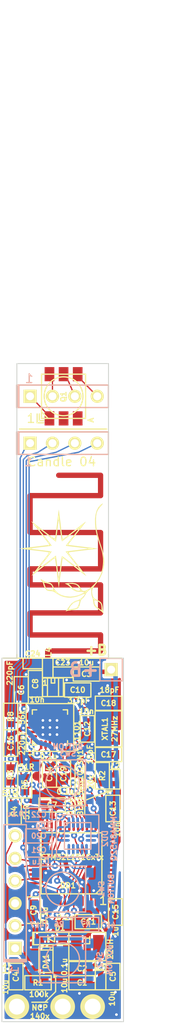
<source format=kicad_pcb>
(kicad_pcb (version 20170123) (host pcbnew "(2017-03-21 revision 12b65cf56)-makepkg")
  (layers (0 F.Cu signal) (31 B.Cu signal) (34 B.Paste user) (35 F.Paste user) (36 B.SilkS user) (37 F.SilkS user) (38 B.Mask user) (39 F.Mask user) (44 Edge.Cuts user))
  (net 0 "")
  (net 1 /ANT2)
  (net 2 /ANT1)
  (net 3 GND)
  (net 4 /RF2)
  (net 5 /RF1)
  (net 6 +BATT)
  (net 7 +3.3V)
  (net 8 PwrMCU)
  (net 9 VCC)
  (net 10 "Net-(C17-Pad1)")
  (net 11 "Net-(C18-Pad1)")
  (net 12 "Net-(C19-Pad2)")
  (net 13 "Net-(C22-Pad1)")
  (net 14 /Lout)
  (net 15 /LED_EN)
  (net 16 "Net-(DD1-Pad10)")
  (net 17 /CC_GDO2)
  (net 18 /CC_GDO0)
  (net 19 /CC_CS)
  (net 20 /CC_SCK)
  (net 21 /CC_MISO)
  (net 22 /CC_MOSI)
  (net 23 /BLUE_LED)
  (net 24 /RED_LED)
  (net 25 "Net-(DD1-Pad21)")
  (net 26 "Net-(DD1-Pad22)")
  (net 27 /UART_TX)
  (net 28 /UART_RX)
  (net 29 /SWDIO)
  (net 30 /SWCLK)
  (net 31 /ACC_INT1)
  (net 32 /GREEN_LED)
  (net 33 /I2C_SCL)
  (net 34 /I2C_SDA)
  (net 35 "Net-(DD3-Pad17)")
  (net 36 "Net-(R3-Pad1)")
  (net 37 "Net-(R4-Pad1)")
  (net 38 "Net-(R5-Pad1)")
  (net 39 "Net-(Q1-Pad1)")
  (net 40 "Net-(Q1-Pad6)")
  (net 41 "Net-(Q1-Pad5)")
  (net 42 "Net-(Q1-Pad4)")
  (module Radio:BALUN_JOHANSON868 (layer F.Cu) (at 127.6 77.6 90)
    (fp_text reference BLN1 hide)
    (fp_text value BALUN868JOHANSON hide)
    (fp_text user 1 (at 0.5 -0.9 180) (layer F.SilkS) (effects (font (size 0.6 0.6))))
    (pad 1 smd rect (at 0.65 -0.7 90) (size 0.35 0.6) (layers F.Cu F.Paste F.Mask) (net 2 /ANT1))
    (pad 2 smd rect (at 0 -0.7 90) (size 0.35 0.6) (layers F.Cu F.Paste F.Mask) (net 3 GND))
    (pad 3 smd rect (at -0.65 -0.7 90) (size 0.35 0.6) (layers F.Cu F.Paste F.Mask) (net 4 /RF2))
    (pad 4 smd rect (at -0.65 0.7 90) (size 0.35 0.6) (layers F.Cu F.Paste F.Mask) (net 5 /RF1))
    (pad 5 smd rect (at 0 0.7 90) (size 0.35 0.6) (layers F.Cu F.Paste F.Mask) (net 3 GND))
    (pad 6 smd rect (at 0.65 0.7 90) (size 0.35 0.6) (layers F.Cu F.Paste F.Mask) (net 3 GND))
  )
  (module Capacitors:CAP_0603 (layer F.Cu) (at 130.9 111)
    (fp_text reference C1 (at 0 0) (layer F.SilkS) (effects (font (size 0.6 0.6))))
    (fp_text value 10u (at -2 0.3 90) (layer F.SilkS) (effects (font (size 0.6 0.6))))
    (pad 2 smd rect (at 0.762 0) (size 0.889 1.016) (layers F.Cu F.Paste F.Mask) (net 6 +BATT))
    (pad 1 smd rect (at -0.762 0) (size 0.889 1.016) (layers F.Cu F.Paste F.Mask) (net 3 GND))
  )
  (module Capacitors:CAP_0603 (layer F.Cu) (at 130.9 109.4)
    (fp_text reference C2 (at 0 0) (layer F.SilkS) (effects (font (size 0.6 0.6))))
    (fp_text value 0.1u (at -2 -0.2 90) (layer F.SilkS) (effects (font (size 0.6 0.6))))
    (pad 2 smd rect (at 0.762 0) (size 0.889 1.016) (layers F.Cu F.Paste F.Mask) (net 6 +BATT))
    (pad 1 smd rect (at -0.762 0) (size 0.889 1.016) (layers F.Cu F.Paste F.Mask) (net 3 GND))
  )
  (module Capacitors:CAP_0603 (layer F.Cu) (at 131.4 76.1)
    (fp_text reference C3 (at 0 0) (layer F.SilkS) (effects (font (size 0.6 0.6))))
    (fp_text value 10u (at 0 -1.3) (layer F.SilkS) (effects (font (size 0.6 0.6))))
    (pad 1 smd rect (at -0.762 0) (size 0.889 1.016) (layers F.Cu F.Paste F.Mask) (net 3 GND))
    (pad 2 smd rect (at 0.762 0) (size 0.889 1.016) (layers F.Cu F.Paste F.Mask) (net 6 +BATT))
  )
  (module Capacitors:CAP_0603 (layer F.Cu) (at 123.4 110.3 90)
    (fp_text reference C4 (at 0 0 90) (layer F.SilkS) (effects (font (size 0.6 0.6))))
    (fp_text value 10u (at -1.2 -1.2 90) (layer F.SilkS) (effects (font (size 0.6 0.6))))
    (pad 1 smd rect (at -0.762 0 90) (size 0.889 1.016) (layers F.Cu F.Paste F.Mask) (net 3 GND))
    (pad 2 smd rect (at 0.762 0 90) (size 0.889 1.016) (layers F.Cu F.Paste F.Mask) (net 7 +3.3V))
  )
  (module Capacitors:CAP_0603 (layer F.Cu) (at 134.4 110.3 90)
    (fp_text reference C5 (at 0 0 90) (layer F.SilkS) (effects (font (size 0.6 0.6))))
    (fp_text value 10u (at -2.5 -0.1 90) (layer F.SilkS) (effects (font (size 0.6 0.6))))
    (pad 2 smd rect (at 0.762 0 90) (size 0.889 1.016) (layers F.Cu F.Paste F.Mask) (net 8 PwrMCU))
    (pad 1 smd rect (at -0.762 0 90) (size 0.889 1.016) (layers F.Cu F.Paste F.Mask) (net 3 GND))
  )
  (module Capacitors:CAP_0603 (layer F.Cu) (at 124 77.9 90)
    (fp_text reference C6 (at 0 0 90) (layer F.SilkS) (effects (font (size 0.6 0.6))))
    (fp_text value 220pF (at 1.9 -1.3 90) (layer F.SilkS) (effects (font (size 0.6 0.6))))
    (pad 2 smd rect (at 0.762 0 90) (size 0.889 1.016) (layers F.Cu F.Paste F.Mask) (net 3 GND))
    (pad 1 smd rect (at -0.762 0 90) (size 0.889 1.016) (layers F.Cu F.Paste F.Mask) (net 9 VCC))
  )
  (module Capacitors:CAP_0603 (layer F.Cu) (at 127.5 90.9)
    (fp_text reference C7 (at 0 0) (layer F.SilkS) (effects (font (size 0.6 0.6))))
    (fp_text value 0.1u (at 2 0.2 90) (layer F.SilkS) (effects (font (size 0.6 0.6))))
    (pad 1 smd rect (at -0.762 0) (size 0.889 1.016) (layers F.Cu F.Paste F.Mask) (net 8 PwrMCU))
    (pad 2 smd rect (at 0.762 0) (size 0.889 1.016) (layers F.Cu F.Paste F.Mask) (net 3 GND))
  )
  (module Capacitors:CAP_0603 (layer F.Cu) (at 125.6 77.2 90)
    (fp_text reference C8 (at 0 0 90) (layer F.SilkS) (effects (font (size 0.6 0.6))))
    (fp_text value 10n (at -1.8 0.2 180) (layer F.SilkS) (effects (font (size 0.6 0.6))))
    (pad 1 smd rect (at -0.762 0 90) (size 0.889 1.016) (layers F.Cu F.Paste F.Mask) (net 9 VCC))
    (pad 2 smd rect (at 0.762 0 90) (size 0.889 1.016) (layers F.Cu F.Paste F.Mask) (net 3 GND))
  )
  (module Capacitors:CAP_0603 (layer F.Cu) (at 125.4 102.8 270)
    (fp_text reference C9 (at 0 0 270) (layer F.SilkS) (effects (font (size 0.6 0.6))))
    (fp_text value 0.1u (at 0.6 -1.3 270) (layer F.SilkS) (effects (font (size 0.6 0.6))))
    (pad 2 smd rect (at 0.762 0 270) (size 0.889 1.016) (layers F.Cu F.Paste F.Mask) (net 3 GND))
    (pad 1 smd rect (at -0.762 0 270) (size 0.889 1.016) (layers F.Cu F.Paste F.Mask) (net 8 PwrMCU))
  )
  (module Capacitors:CAP_0603 (layer F.Cu) (at 130.4 77.9)
    (fp_text reference C10 (at 0 0) (layer F.SilkS) (effects (font (size 0.6 0.6))))
    (fp_text value 3.3pF (at 0.1 1.2) (layer F.SilkS) (effects (font (size 0.6 0.6))))
    (pad 2 smd rect (at 0.762 0) (size 0.889 1.016) (layers F.Cu F.Paste F.Mask) (net 3 GND))
    (pad 1 smd rect (at -0.762 0) (size 0.889 1.016) (layers F.Cu F.Paste F.Mask) (net 9 VCC))
  )
  (module Capacitors:CAP_0603 (layer F.Cu) (at 131.6 104.1 180)
    (fp_text reference C11 (at 0 0 180) (layer F.SilkS) (effects (font (size 0.6 0.6))))
    (fp_text value 0.1u (at 2.6 0.5 180) (layer F.SilkS) (effects (font (size 0.6 0.6))))
    (pad 1 smd rect (at -0.762 0 180) (size 0.889 1.016) (layers F.Cu F.Paste F.Mask) (net 8 PwrMCU))
    (pad 2 smd rect (at 0.762 0 180) (size 0.889 1.016) (layers F.Cu F.Paste F.Mask) (net 3 GND))
  )
  (module Capacitors:CAP_0603 (layer F.Cu) (at 131.5 82.3 270)
    (fp_text reference C12 (at 0 0 270) (layer F.SilkS) (effects (font (size 0.6 0.6))))
    (fp_text value 10n (at -2 0.1) (layer F.SilkS) (effects (font (size 0.6 0.6))))
    (pad 2 smd rect (at 0.762 0 270) (size 0.889 1.016) (layers F.Cu F.Paste F.Mask) (net 3 GND))
    (pad 1 smd rect (at -0.762 0 270) (size 0.889 1.016) (layers F.Cu F.Paste F.Mask) (net 9 VCC))
  )
  (module Capacitors:CAP_0603 (layer F.Cu) (at 134.4 91.3 90)
    (fp_text reference C13 (at 0 0 90) (layer F.SilkS) (effects (font (size 0.6 0.6))))
    (fp_text value 10n (at -2.4 0.5 90) (layer F.SilkS) (effects (font (size 0.6 0.6))))
    (pad 1 smd rect (at -0.762 0 90) (size 0.889 1.016) (layers F.Cu F.Paste F.Mask) (net 8 PwrMCU))
    (pad 2 smd rect (at 0.762 0 90) (size 0.889 1.016) (layers F.Cu F.Paste F.Mask) (net 3 GND))
  )
  (module Capacitors:CAP_0603 (layer F.Cu) (at 127.2 87.4 270)
    (fp_text reference C14 (at 0 0 270) (layer F.SilkS) (effects (font (size 0.6 0.6))))
    (fp_text value 0.1u (at -2 0.1) (layer F.SilkS) (effects (font (size 0.6 0.6))))
    (pad 1 smd rect (at -0.762 0 270) (size 0.889 1.016) (layers F.Cu F.Paste F.Mask) (net 9 VCC))
    (pad 2 smd rect (at 0.762 0 270) (size 0.889 1.016) (layers F.Cu F.Paste F.Mask) (net 3 GND))
  )
  (module Capacitors:CAP_0603 (layer F.Cu) (at 134.7 103 270)
    (fp_text reference C15 (at 0 0 270) (layer F.SilkS) (effects (font (size 0.6 0.6))))
    (fp_text value 1u (at 2.2 0 270) (layer F.SilkS) (effects (font (size 0.6 0.6))))
    (pad 2 smd rect (at 0.762 0 270) (size 0.889 1.016) (layers F.Cu F.Paste F.Mask) (net 3 GND))
    (pad 1 smd rect (at -0.762 0 270) (size 0.889 1.016) (layers F.Cu F.Paste F.Mask) (net 8 PwrMCU))
  )
  (module Capacitors:CAP_0603 (layer F.Cu) (at 122.8 83.9 270)
    (fp_text reference C16 (at 0 0 270) (layer F.SilkS) (effects (font (size 0.6 0.6))))
    (fp_text value 220pF (at 0 -1.3 270) (layer F.SilkS) (effects (font (size 0.6 0.6))))
    (pad 1 smd rect (at -0.762 0 270) (size 0.889 1.016) (layers F.Cu F.Paste F.Mask) (net 9 VCC))
    (pad 2 smd rect (at 0.762 0 270) (size 0.889 1.016) (layers F.Cu F.Paste F.Mask) (net 3 GND))
  )
  (module Capacitors:CAP_0603 (layer F.Cu) (at 133.9 85.2 180)
    (fp_text reference C17 (at 0 0 180) (layer F.SilkS) (effects (font (size 0.6 0.6))))
    (fp_text value 18pF (at 2.1 0 270) (layer F.SilkS) (effects (font (size 0.6 0.6))))
    (pad 2 smd rect (at 0.762 0 180) (size 0.889 1.016) (layers F.Cu F.Paste F.Mask) (net 3 GND))
    (pad 1 smd rect (at -0.762 0 180) (size 0.889 1.016) (layers F.Cu F.Paste F.Mask) (net 10 "Net-(C17-Pad1)"))
  )
  (module Capacitors:CAP_0603 (layer F.Cu) (at 133.9 79.4)
    (fp_text reference C18 (at 0 0) (layer F.SilkS) (effects (font (size 0.6 0.6))))
    (fp_text value 18pF (at 0.1 -1.5) (layer F.SilkS) (effects (font (size 0.6 0.6))))
    (pad 1 smd rect (at -0.762 0) (size 0.889 1.016) (layers F.Cu F.Paste F.Mask) (net 11 "Net-(C18-Pad1)"))
    (pad 2 smd rect (at 0.762 0) (size 0.889 1.016) (layers F.Cu F.Paste F.Mask) (net 3 GND))
  )
  (module Capacitors:CAP_0603 (layer F.Cu) (at 128.8 87.4 90)
    (fp_text reference C19 (at 0 0 90) (layer F.SilkS) (effects (font (size 0.6 0.6))))
    (fp_text value 0.1u (at -2 0.2 180) (layer F.SilkS) (effects (font (size 0.6 0.6))))
    (pad 2 smd rect (at 0.762 0 90) (size 0.889 1.016) (layers F.Cu F.Paste F.Mask) (net 12 "Net-(C19-Pad2)"))
    (pad 1 smd rect (at -0.762 0 90) (size 0.889 1.016) (layers F.Cu F.Paste F.Mask) (net 3 GND))
  )
  (module Capacitors:CAP_0603 (layer B.Cu) (at 126 94.4 180)
    (fp_text reference C20 (at 0 0 180) (layer B.SilkS) (effects (font (size 0.6 0.6)) (justify mirror)))
    (fp_text value 10u (at -0.5 1.2 180) (layer B.SilkS) (effects (font (size 0.6 0.6)) (justify mirror)))
    (pad 1 smd rect (at -0.762 0 180) (size 0.889 1.016) (layers B.Cu B.Paste B.Mask) (net 8 PwrMCU))
    (pad 2 smd rect (at 0.762 0 180) (size 0.889 1.016) (layers B.Cu B.Paste B.Mask) (net 3 GND))
  )
  (module Capacitors:CAP_0603 (layer B.Cu) (at 126 96 180)
    (fp_text reference C21 (at 0 0 180) (layer B.SilkS) (effects (font (size 0.6 0.6)) (justify mirror)))
    (fp_text value 0.1u (at -0.2 -1.3 180) (layer B.SilkS) (effects (font (size 0.6 0.6)) (justify mirror)))
    (pad 1 smd rect (at -0.762 0 180) (size 0.889 1.016) (layers B.Cu B.Paste B.Mask) (net 8 PwrMCU))
    (pad 2 smd rect (at 0.762 0 180) (size 0.889 1.016) (layers B.Cu B.Paste B.Mask) (net 3 GND))
  )
  (module Capacitors:CAP_0603 (layer B.Cu) (at 126 92 180)
    (fp_text reference C22 (at 0 0 180) (layer B.SilkS) (effects (font (size 0.6 0.6)) (justify mirror)))
    (fp_text value 0.1u (at 2.7 0.1 180) (layer B.SilkS) (effects (font (size 0.6 0.6)) (justify mirror)))
    (pad 2 smd rect (at 0.762 0 180) (size 0.889 1.016) (layers B.Cu B.Paste B.Mask) (net 3 GND))
    (pad 1 smd rect (at -0.762 0 180) (size 0.889 1.016) (layers B.Cu B.Paste B.Mask) (net 13 "Net-(C22-Pad1)"))
  )
  (module Capacitors:CAP_0402 (layer F.Cu) (at 128.7 75.9)
    (fp_text reference C23 (at 0 -1.1) (layer F.SilkS) (effects (font (size 0.6 0.6))))
    (fp_text value * hide)
    (pad 1 smd rect (at -0.5 0) (size 0.6 0.6) (layers F.Cu F.Paste F.Mask) (net 2 /ANT1))
    (pad 2 smd rect (at 0.5 0) (size 0.6 0.6) (layers F.Cu F.Paste F.Mask) (net 3 GND))
  )
  (module Capacitors:CAP_0402 (layer F.Cu) (at 125.3 74.9 180)
    (fp_text reference C24 (at 0 1.1 180) (layer F.SilkS) (effects (font (size 0.6 0.6))))
    (fp_text value * hide)
    (pad 2 smd rect (at 0.5 0 180) (size 0.6 0.6) (layers F.Cu F.Paste F.Mask) (net 3 GND))
    (pad 1 smd rect (at -0.5 0 180) (size 0.6 0.6) (layers F.Cu F.Paste F.Mask) (net 1 /ANT2))
  )
  (module Diodes:SOD323 (layer F.Cu) (at 127.4 106)
    (fp_text reference D1 (at 1 -1.2) (layer F.SilkS) (effects (font (size 0.59944 0.59944) (thickness 0.14986))))
    (fp_text value BAT54WS hide)
    (pad C smd rect (at -1.30048 0) (size 1.00076 1.00076) (layers F.Cu F.Paste F.Mask) (net 7 +3.3V))
    (pad A smd rect (at 1.30048 0) (size 1.00076 1.00076) (layers F.Cu F.Paste F.Mask) (net 14 /Lout))
  )
  (module SOT:SOT23-5 (layer F.Cu) (at 126.8 108.4 270)
    (fp_text reference DA1 (at 0.2 0 270) (layer F.SilkS) (effects (font (size 0.6 0.6))))
    (fp_text value NCP1400 hide)
    (pad 1 smd rect (at -0.95 1.3 270) (size 0.635 1.1) (layers F.Cu F.Paste F.Mask) (net 15 /LED_EN))
    (pad 2 smd oval (at 0 1.3 270) (size 0.635 1.1) (layers F.Cu F.Paste F.Mask) (net 7 +3.3V))
    (pad 3 smd oval (at 0.95 1.3 270) (size 0.635 1.1) (layers F.Cu F.Paste F.Mask))
    (pad 4 smd oval (at 0.95 -1.3 270) (size 0.635 1.1) (layers F.Cu F.Paste F.Mask) (net 3 GND))
    (pad 5 smd oval (at -0.95 -1.3 270) (size 0.635 1.1) (layers F.Cu F.Paste F.Mask) (net 14 /Lout))
  )
  (module LQFP_TQFP:LQFP48 (layer F.Cu) (at 129.7 97.5 180)
    (fp_text reference DD1 (at 0.39878 -2.49936 180) (layer F.SilkS) (effects (font (size 0.59944 0.59944) (thickness 0.14986))))
    (fp_text value STM32L151CxTx (at -0.1 0.7 180) (layer F.SilkS) (effects (font (size 0.59944 0.59944) (thickness 0.14986))))
    (fp_text user 1 (at -3.6 -4.2 180) (layer F.SilkS))
    (pad 1 smd rect (at -4.25 -2.75 180) (size 1.2 0.27) (layers F.Cu F.Paste F.Mask) (net 8 PwrMCU))
    (pad 2 smd oval (at -4.25 -2.25 180) (size 1.2 0.27) (layers F.Cu F.Paste F.Mask))
    (pad 3 smd oval (at -4.25 -1.75 180) (size 1.2 0.27) (layers F.Cu F.Paste F.Mask))
    (pad 4 smd oval (at -4.25 -1.25 180) (size 1.2 0.27) (layers F.Cu F.Paste F.Mask))
    (pad 5 smd oval (at -4.25 -0.75 180) (size 1.2 0.27) (layers F.Cu F.Paste F.Mask))
    (pad 6 smd oval (at -4.25 -0.25 180) (size 1.2 0.27) (layers F.Cu F.Paste F.Mask))
    (pad 7 smd oval (at -4.25 0.25 180) (size 1.2 0.27) (layers F.Cu F.Paste F.Mask))
    (pad 8 smd oval (at -4.25 0.75 180) (size 1.2 0.27) (layers F.Cu F.Paste F.Mask) (net 3 GND))
    (pad 9 smd oval (at -4.25 1.25 180) (size 1.2 0.27) (layers F.Cu F.Paste F.Mask) (net 8 PwrMCU))
    (pad 10 smd oval (at -4.25 1.75 180) (size 1.2 0.27) (layers F.Cu F.Paste F.Mask) (net 16 "Net-(DD1-Pad10)"))
    (pad 11 smd oval (at -4.25 2.25 180) (size 1.2 0.27) (layers F.Cu F.Paste F.Mask))
    (pad 12 smd oval (at -4.25 2.75 180) (size 1.2 0.27) (layers F.Cu F.Paste F.Mask) (net 17 /CC_GDO2))
    (pad 13 smd oval (at -2.75 4.25 270) (size 1.2 0.27) (layers F.Cu F.Paste F.Mask) (net 18 /CC_GDO0))
    (pad 14 smd oval (at -2.25 4.25 270) (size 1.2 0.27) (layers F.Cu F.Paste F.Mask) (net 19 /CC_CS))
    (pad 15 smd oval (at -1.75 4.25 270) (size 1.2 0.27) (layers F.Cu F.Paste F.Mask) (net 20 /CC_SCK))
    (pad 16 smd oval (at -1.25 4.25 270) (size 1.2 0.27) (layers F.Cu F.Paste F.Mask) (net 21 /CC_MISO))
    (pad 17 smd oval (at -0.75 4.25 270) (size 1.2 0.27) (layers F.Cu F.Paste F.Mask) (net 22 /CC_MOSI))
    (pad 18 smd oval (at -0.25 4.25 270) (size 1.2 0.27) (layers F.Cu F.Paste F.Mask) (net 23 /BLUE_LED))
    (pad 19 smd oval (at 0.25 4.25 270) (size 1.2 0.27) (layers F.Cu F.Paste F.Mask) (net 24 /RED_LED))
    (pad 20 smd oval (at 0.75 4.25 270) (size 1.2 0.27) (layers F.Cu F.Paste F.Mask) (net 15 /LED_EN))
    (pad 21 smd oval (at 1.25 4.25 270) (size 1.2 0.27) (layers F.Cu F.Paste F.Mask) (net 25 "Net-(DD1-Pad21)"))
    (pad 22 smd oval (at 1.75 4.25 270) (size 1.2 0.27) (layers F.Cu F.Paste F.Mask) (net 26 "Net-(DD1-Pad22)"))
    (pad 23 smd oval (at 2.25 4.25 270) (size 1.2 0.27) (layers F.Cu F.Paste F.Mask) (net 3 GND))
    (pad 24 smd oval (at 2.75 4.25 270) (size 1.2 0.27) (layers F.Cu F.Paste F.Mask) (net 8 PwrMCU))
    (pad 25 smd oval (at 4.25 2.75 180) (size 1.2 0.27) (layers F.Cu F.Paste F.Mask))
    (pad 26 smd oval (at 4.25 2.25 180) (size 1.2 0.27) (layers F.Cu F.Paste F.Mask))
    (pad 27 smd oval (at 4.25 1.75 180) (size 1.2 0.27) (layers F.Cu F.Paste F.Mask))
    (pad 28 smd oval (at 4.25 1.25 180) (size 1.2 0.27) (layers F.Cu F.Paste F.Mask))
    (pad 29 smd oval (at 4.25 0.75 180) (size 1.2 0.27) (layers F.Cu F.Paste F.Mask))
    (pad 30 smd oval (at 4.25 0.25 180) (size 1.2 0.27) (layers F.Cu F.Paste F.Mask) (net 27 /UART_TX))
    (pad 31 smd oval (at 4.25 -0.25 180) (size 1.2 0.27) (layers F.Cu F.Paste F.Mask) (net 28 /UART_RX))
    (pad 32 smd oval (at 4.25 -0.75 180) (size 1.2 0.27) (layers F.Cu F.Paste F.Mask))
    (pad 33 smd oval (at 4.25 -1.25 180) (size 1.2 0.27) (layers F.Cu F.Paste F.Mask))
    (pad 34 smd oval (at 4.25 -1.75 180) (size 1.2 0.27) (layers F.Cu F.Paste F.Mask) (net 29 /SWDIO))
    (pad 35 smd oval (at 4.25 -2.25 180) (size 1.2 0.27) (layers F.Cu F.Paste F.Mask) (net 3 GND))
    (pad 36 smd oval (at 4.25 -2.75 180) (size 1.2 0.27) (layers F.Cu F.Paste F.Mask) (net 8 PwrMCU))
    (pad 37 smd oval (at 2.75 -4.25 270) (size 1.2 0.27) (layers F.Cu F.Paste F.Mask) (net 30 /SWCLK))
    (pad 38 smd oval (at 2.25 -4.25 270) (size 1.2 0.27) (layers F.Cu F.Paste F.Mask))
    (pad 39 smd oval (at 1.75 -4.25 270) (size 1.2 0.27) (layers F.Cu F.Paste F.Mask))
    (pad 40 smd oval (at 1.25 -4.25 270) (size 1.2 0.27) (layers F.Cu F.Paste F.Mask) (net 31 /ACC_INT1))
    (pad 41 smd oval (at 0.75 -4.25 270) (size 1.2 0.27) (layers F.Cu F.Paste F.Mask) (net 32 /GREEN_LED))
    (pad 42 smd oval (at 0.25 -4.25 270) (size 1.2 0.27) (layers F.Cu F.Paste F.Mask) (net 33 /I2C_SCL))
    (pad 43 smd oval (at -0.25 -4.25 270) (size 1.2 0.27) (layers F.Cu F.Paste F.Mask) (net 34 /I2C_SDA))
    (pad 44 smd oval (at -0.75 -4.25 270) (size 1.2 0.27) (layers F.Cu F.Paste F.Mask) (net 3 GND))
    (pad 45 smd oval (at -1.25 -4.25 270) (size 1.2 0.27) (layers F.Cu F.Paste F.Mask))
    (pad 46 smd oval (at -1.75 -4.25 270) (size 1.2 0.27) (layers F.Cu F.Paste F.Mask))
    (pad 47 smd oval (at -2.25 -4.25 270) (size 1.2 0.27) (layers F.Cu F.Paste F.Mask) (net 3 GND))
    (pad 48 smd oval (at -2.75 -4.25 270) (size 1.2 0.27) (layers F.Cu F.Paste F.Mask) (net 8 PwrMCU))
  )
  (module QFN_DFN:QFN16_5x3 (layer B.Cu) (at 130.4 94.4)
    (fp_text reference DD2 (at 3.1 0.3 90) (layer B.SilkS) (effects (font (size 0.635 0.635) (thickness 0.14986)) (justify mirror)))
    (fp_text value MMA8452Q (at 4.1 0.3 90) (layer B.SilkS) (effects (font (size 0.635 0.635) (thickness 0.14986)) (justify mirror)))
    (pad 1 smd rect (at -1.00076 -1.50114 270) (size 1.19888 0.29972) (layers B.Cu B.Paste B.Mask) (net 8 PwrMCU))
    (pad 2 smd oval (at -0.50038 -1.50114 270) (size 1.19888 0.29972) (layers B.Cu B.Paste B.Mask) (net 13 "Net-(C22-Pad1)"))
    (pad 3 smd oval (at 0 -1.50114 270) (size 1.19888 0.29972) (layers B.Cu B.Paste B.Mask))
    (pad 4 smd oval (at 0.50038 -1.50114 270) (size 1.19888 0.29972) (layers B.Cu B.Paste B.Mask) (net 33 /I2C_SCL))
    (pad 5 smd oval (at 1.00076 -1.50114 270) (size 1.19888 0.29972) (layers B.Cu B.Paste B.Mask) (net 3 GND))
    (pad 6 smd oval (at 1.50114 -0.50038) (size 1.19888 0.29972) (layers B.Cu B.Paste B.Mask) (net 34 /I2C_SDA))
    (pad 7 smd oval (at 1.50114 0) (size 1.19888 0.29972) (layers B.Cu B.Paste B.Mask) (net 3 GND))
    (pad 8 smd oval (at 1.50114 0.50038) (size 1.19888 0.29972) (layers B.Cu B.Paste B.Mask))
    (pad 9 smd oval (at 1.00076 1.50114 270) (size 1.19888 0.29972) (layers B.Cu B.Paste B.Mask))
    (pad 10 smd oval (at 0.50038 1.50114 270) (size 1.19888 0.29972) (layers B.Cu B.Paste B.Mask) (net 3 GND))
    (pad 11 smd oval (at 0 1.50114 270) (size 1.19888 0.29972) (layers B.Cu B.Paste B.Mask) (net 31 /ACC_INT1))
    (pad 12 smd oval (at -0.50038 1.50114 270) (size 1.19888 0.29972) (layers B.Cu B.Paste B.Mask) (net 3 GND))
    (pad 13 smd oval (at -1.00076 1.50114 270) (size 1.19888 0.29972) (layers B.Cu B.Paste B.Mask))
    (pad 14 smd oval (at -1.50114 0.50038) (size 1.19888 0.29972) (layers B.Cu B.Paste B.Mask) (net 8 PwrMCU))
    (pad 15 smd oval (at -1.50114 0) (size 1.19888 0.29972) (layers B.Cu B.Paste B.Mask))
    (pad 16 smd oval (at -1.50114 -0.50038) (size 1.19888 0.29972) (layers B.Cu B.Paste B.Mask))
  )
  (module QFN_DFN:QFN20 (layer F.Cu) (at 127.254 82.144 90)
    (fp_text reference DD3 hide)
    (fp_text value CC1101 (at -0.956 3.046 90) (layer F.SilkS) (effects (font (size 0.6 0.6))))
    (fp_text user 1 (at -3.04 -2.1 90) (layer F.SilkS) (effects (font (size 0.6 0.6))))
    (pad 1 smd rect (at -1.95 -1 90) (size 1 0.28) (layers F.Cu F.Paste F.Mask) (net 20 /CC_SCK))
    (pad 2 smd oval (at -1.95 -0.5 90) (size 1 0.28) (layers F.Cu F.Paste F.Mask) (net 21 /CC_MISO))
    (pad 3 smd oval (at -1.95 0 90) (size 1 0.28) (layers F.Cu F.Paste F.Mask) (net 17 /CC_GDO2))
    (pad 4 smd oval (at -1.95 0.5 90) (size 1 0.28) (layers F.Cu F.Paste F.Mask) (net 9 VCC))
    (pad 5 smd oval (at -1.95 1 90) (size 1 0.28) (layers F.Cu F.Paste F.Mask) (net 12 "Net-(C19-Pad2)"))
    (pad 6 smd oval (at -1 1.95 180) (size 1 0.28) (layers F.Cu F.Paste F.Mask) (net 18 /CC_GDO0))
    (pad 7 smd oval (at -0.5 1.95 180) (size 1 0.28) (layers F.Cu F.Paste F.Mask) (net 19 /CC_CS))
    (pad 8 smd oval (at 0 1.95 180) (size 1 0.28) (layers F.Cu F.Paste F.Mask) (net 10 "Net-(C17-Pad1)"))
    (pad 9 smd oval (at 0.5 1.95 180) (size 1 0.28) (layers F.Cu F.Paste F.Mask) (net 9 VCC))
    (pad 10 smd oval (at 1 1.95 180) (size 1 0.28) (layers F.Cu F.Paste F.Mask) (net 11 "Net-(C18-Pad1)"))
    (pad 11 smd oval (at 1.95 1 270) (size 1 0.28) (layers F.Cu F.Paste F.Mask) (net 9 VCC))
    (pad 12 smd oval (at 1.95 0.5 270) (size 1 0.28) (layers F.Cu F.Paste F.Mask) (net 5 /RF1))
    (pad 13 smd oval (at 1.95 0 270) (size 1 0.28) (layers F.Cu F.Paste F.Mask) (net 4 /RF2))
    (pad 14 smd oval (at 1.95 -0.5 270) (size 1 0.28) (layers F.Cu F.Paste F.Mask) (net 9 VCC))
    (pad 15 smd oval (at 1.95 -1 270) (size 1 0.28) (layers F.Cu F.Paste F.Mask) (net 9 VCC))
    (pad 16 smd oval (at 1 -1.95 180) (size 1 0.28) (layers F.Cu F.Paste F.Mask) (net 3 GND))
    (pad 17 smd oval (at 0.5 -1.95 180) (size 1 0.28) (layers F.Cu F.Paste F.Mask) (net 35 "Net-(DD3-Pad17)"))
    (pad 18 smd oval (at 0 -1.95 180) (size 1 0.28) (layers F.Cu F.Paste F.Mask) (net 9 VCC))
    (pad 19 smd oval (at -0.5 -1.95 180) (size 1 0.28) (layers F.Cu F.Paste F.Mask) (net 3 GND))
    (pad 20 smd oval (at -1 -1.95 180) (size 1 0.28) (layers F.Cu F.Paste F.Mask) (net 22 /CC_MOSI))
    (pad PAD thru_hole rect (at 0 0 90) (size 0.8 0.8) (drill 0.3) (layers *.Cu F.Paste F.Mask) (net 3 GND))
    (pad PAD thru_hole rect (at 0.8 0 90) (size 0.8 0.8) (drill 0.3) (layers *.Cu F.Mask) (net 3 GND))
    (pad PAD thru_hole rect (at 0 -0.8 90) (size 0.8 0.8) (drill 0.3) (layers *.Cu F.Mask) (net 3 GND))
    (pad PAD thru_hole rect (at 0.8 -0.8 90) (size 0.8 0.8) (drill 0.3) (layers *.Cu F.Paste F.Mask) (net 3 GND))
    (pad PAD thru_hole rect (at -0.8 -0.8 90) (size 0.8 0.8) (drill 0.3) (layers *.Cu F.Paste F.Mask) (net 3 GND))
    (pad PAD thru_hole rect (at -0.8 0 90) (size 0.8 0.8) (drill 0.3) (layers *.Cu F.Mask) (net 3 GND))
    (pad PAD thru_hole rect (at -0.8 0.8 90) (size 0.8 0.8) (drill 0.3) (layers *.Cu F.Paste F.Mask) (net 3 GND))
    (pad PAD thru_hole rect (at 0 0.8 90) (size 0.8 0.8) (drill 0.3) (layers *.Cu F.Mask) (net 3 GND))
    (pad PAD thru_hole rect (at 0.8 0.8 90) (size 0.8 0.8) (drill 0.3) (layers *.Cu F.Paste F.Mask) (net 3 GND))
  )
  (module Inductors:IND_1210_LQH32C (layer F.Cu) (at 131.5 106.9)
    (fp_text reference L1 (at 0 -0.7 90) (layer F.SilkS) (effects (font (size 0.6 0.6))))
    (fp_text value 22uH (at 2.6 0.3 90) (layer F.SilkS) (effects (font (size 0.6 0.6))))
    (pad 1 smd rect (at -1.25 0) (size 1.2 2.6) (layers F.Cu F.Paste F.Mask) (net 14 /Lout))
    (pad 2 smd rect (at 1.25 0) (size 1.2 2.6) (layers F.Cu F.Paste F.Mask) (net 6 +BATT))
  )
  (module Inductors:IND_0402 (layer F.Cu) (at 134.6 88 90)
    (fp_text reference L2 (at 1.5 0.1 180) (layer F.SilkS) (effects (font (size 0.6 0.6))))
    (fp_text value BLM15AG102SN1 (at -0.4 -3.9 90) (layer F.SilkS) (effects (font (size 0.6 0.6))))
    (pad 2 smd rect (at 0.5 0 90) (size 0.6 0.6) (layers F.Cu F.Paste F.Mask) (net 6 +BATT))
    (pad 1 smd rect (at -0.5 0 90) (size 0.6 0.6) (layers F.Cu F.Paste F.Mask) (net 9 VCC))
  )
  (module Inductors:IND_0402 (layer F.Cu) (at 133 110.7 270)
    (fp_text reference L3 (at -1.5 0) (layer F.SilkS) (effects (font (size 0.6 0.6))))
    (fp_text value BLM15AG102SN1 hide)
    (pad 1 smd rect (at -0.5 0 270) (size 0.6 0.6) (layers F.Cu F.Paste F.Mask) (net 8 PwrMCU))
    (pad 2 smd rect (at 0.5 0 270) (size 0.6 0.6) (layers F.Cu F.Paste F.Mask) (net 6 +BATT))
  )
  (module Inductors:IND_0402 (layer F.Cu) (at 127 75.4 270)
    (fp_text reference L4 (at -1.8 -0.1 270) (layer F.SilkS) (effects (font (size 0.6 0.6))))
    (fp_text value * hide)
    (pad 1 smd rect (at -0.5 0 270) (size 0.6 0.6) (layers F.Cu F.Paste F.Mask) (net 1 /ANT2))
    (pad 2 smd rect (at 0.5 0 270) (size 0.6 0.6) (layers F.Cu F.Paste F.Mask) (net 2 /ANT1))
  )
  (module Pictures:Ostranna_12d7_10d1 (layer F.Cu) (at 128.6 63.1 90)
    (fp_text reference Logo1 hide)
    (fp_text value Logo hide)
  )
  (module Resistors:RES_0603 (layer F.Cu) (at 125.9 111 180)
    (fp_text reference R1 (at 0 0 180) (layer F.SilkS) (effects (font (size 0.6 0.6))))
    (fp_text value 100k (at -0.1 -1.3 180) (layer F.SilkS) (effects (font (size 0.6 0.6))))
    (pad 2 smd rect (at 0.75 0 180) (size 0.9 1) (layers F.Cu F.Paste F.Mask) (net 3 GND))
    (pad 1 smd rect (at -0.75 0 180) (size 0.9 1) (layers F.Cu F.Paste F.Mask) (net 15 /LED_EN))
  )
  (module Resistors:RES_0603 (layer F.Cu) (at 133.2 87.6 270)
    (fp_text reference R2 (at 0 0 270) (layer F.SilkS) (effects (font (size 0.6 0.6))))
    (fp_text value 20k (at 0.7 1.3 270) (layer F.SilkS) (effects (font (size 0.6 0.6))))
    (pad 2 smd rect (at 0.75 0 270) (size 0.9 1) (layers F.Cu F.Paste F.Mask) (net 9 VCC))
    (pad 1 smd rect (at -0.75 0 270) (size 0.9 1) (layers F.Cu F.Paste F.Mask) (net 19 /CC_CS))
  )
  (module Resistors:RES_0603 (layer F.Cu) (at 122.8 87.5 270)
    (fp_text reference R3 (at 0 0 270) (layer F.SilkS) (effects (font (size 0.6 0.6))))
    (fp_text value 51R (at 2.1 0.1) (layer F.SilkS) (effects (font (size 0.6 0.6))))
    (pad 1 smd rect (at -0.75 0 270) (size 0.9 1) (layers F.Cu F.Paste F.Mask) (net 36 "Net-(R3-Pad1)"))
    (pad 2 smd rect (at 0.75 0 270) (size 0.9 1) (layers F.Cu F.Paste F.Mask) (net 24 /RED_LED))
  )
  (module Resistors:RES_0603 (layer F.Cu) (at 123.2 91.6 270)
    (fp_text reference R4 (at 0 0 270) (layer F.SilkS) (effects (font (size 0.6 0.6))))
    (fp_text value 51R (at 0.1 -1.4 270) (layer F.SilkS) (effects (font (size 0.6 0.6))))
    (pad 2 smd rect (at 0.75 0 270) (size 0.9 1) (layers F.Cu F.Paste F.Mask) (net 32 /GREEN_LED))
    (pad 1 smd rect (at -0.75 0 270) (size 0.9 1) (layers F.Cu F.Paste F.Mask) (net 37 "Net-(R4-Pad1)"))
  )
  (module Resistors:RES_0603 (layer F.Cu) (at 124.4 88.6 270)
    (fp_text reference R5 (at 0 0 270) (layer F.SilkS) (effects (font (size 0.6 0.6))))
    (fp_text value 51R (at -2 -0.2) (layer F.SilkS) (effects (font (size 0.6 0.6))))
    (pad 1 smd rect (at -0.75 0 270) (size 0.9 1) (layers F.Cu F.Paste F.Mask) (net 38 "Net-(R5-Pad1)"))
    (pad 2 smd rect (at 0.75 0 270) (size 0.9 1) (layers F.Cu F.Paste F.Mask) (net 23 /BLUE_LED))
  )
  (module Resistors:RES_0603 (layer B.Cu) (at 128.3 104.4)
    (fp_text reference R6 (at 0 0) (layer B.SilkS) (effects (font (size 0.6 0.6)) (justify mirror)))
    (fp_text value 4k7 (at -2.5 0.1) (layer B.SilkS) (effects (font (size 0.6 0.6)) (justify mirror)))
    (pad 1 smd rect (at -0.75 0) (size 0.9 1) (layers B.Cu B.Paste B.Mask) (net 8 PwrMCU))
    (pad 2 smd rect (at 0.75 0) (size 0.9 1) (layers B.Cu B.Paste B.Mask) (net 33 /I2C_SCL))
  )
  (module Resistors:RES_0603 (layer B.Cu) (at 131.3 104.4)
    (fp_text reference R7 (at 0 0) (layer B.SilkS) (effects (font (size 0.6 0.6)) (justify mirror)))
    (fp_text value 4k7 (at 2.6 0.1) (layer B.SilkS) (effects (font (size 0.6 0.6)) (justify mirror)))
    (pad 2 smd rect (at 0.75 0) (size 0.9 1) (layers B.Cu B.Paste B.Mask) (net 8 PwrMCU))
    (pad 1 smd rect (at -0.75 0) (size 0.9 1) (layers B.Cu B.Paste B.Mask) (net 34 /I2C_SDA))
  )
  (module Resistors:RES_0603 (layer F.Cu) (at 122.8 80.9 90)
    (fp_text reference R8 (at 0 0 90) (layer F.SilkS) (effects (font (size 0.6 0.6))))
    (fp_text value 56k (at -0.1 1.3 90) (layer F.SilkS) (effects (font (size 0.6 0.6))))
    (pad 1 smd rect (at -0.75 0 90) (size 0.9 1) (layers F.Cu F.Paste F.Mask) (net 35 "Net-(DD3-Pad17)"))
    (pad 2 smd rect (at 0.75 0 90) (size 0.9 1) (layers F.Cu F.Paste F.Mask) (net 3 GND))
  )
  (module PCB:TESTPOINT_1MM (layer F.Cu) (at 130.6 85.5)
    (fp_text reference TP1 hide)
    (fp_text value TESTPOINT hide)
    (pad 1 smd circle (at 0 0) (size 1 1) (layers F.Cu F.Mask) (net 18 /CC_GDO0))
  )
  (module PCB:TESTPOINT_1MM (layer F.Cu) (at 125.7653 87.6465)
    (fp_text reference TP2 hide)
    (fp_text value TESTPOINT hide)
    (pad 1 smd circle (at 0 0) (size 1 1) (layers F.Cu F.Mask) (net 17 /CC_GDO2))
  )
  (module Connectors:PLS-6 (layer F.Cu) (at 123.3 107.1 90)
    (fp_text reference XL1 hide)
    (fp_text value CONN_6 hide)
    (fp_text user 1 (at -2.5 -0.1 90) (layer B.SilkS) (effects (justify mirror)))
    (fp_text user 1 (at -2.3 -1.1 180) (layer F.SilkS))
    (pad 1 thru_hole rect (at 0 0 90) (size 1.5 1.5) (drill 0.9) (layers *.Cu *.Mask F.SilkS) (net 8 PwrMCU))
    (pad 2 thru_hole circle (at 2.54 0 90) (size 1.5 1.5) (drill 0.9) (layers *.Cu *.Mask F.SilkS) (net 30 /SWCLK))
    (pad 3 thru_hole circle (at 5.08 0 90) (size 1.5 1.5) (drill 0.9) (layers *.Cu *.Mask F.SilkS) (net 3 GND))
    (pad 4 thru_hole circle (at 7.62 0 90) (size 1.5 1.5) (drill 0.9) (layers *.Cu *.Mask F.SilkS) (net 29 /SWDIO))
    (pad 5 thru_hole circle (at 10.16 0 90) (size 1.5 1.5) (drill 0.9) (layers *.Cu *.Mask F.SilkS) (net 27 /UART_TX))
    (pad 6 thru_hole circle (at 12.7 0 90) (size 1.5 1.5) (drill 0.9) (layers *.Cu *.Mask F.SilkS) (net 28 /UART_RX))
  )
  (module Connectors:PLS-1Square (layer F.Cu) (at 134.2 75.6)
    (fp_text reference XL2 hide)
    (fp_text value CONN_1 hide)
    (pad 1 thru_hole rect (at 0 0) (size 1.5 1.5) (drill 0.9) (layers *.Cu *.Mask F.SilkS) (net 6 +BATT))
  )
  (module Connectors:SIL1_ROUND_1MM8 (layer F.Cu) (at 128.7 113.7)
    (fp_text reference XL3 hide)
    (fp_text value CONN_1 hide)
    (pad 1 thru_hole circle (at 0 0) (size 2.8 2.8) (drill 1.8) (layers *.Cu *.Mask F.SilkS) (net 3 GND))
  )
  (module Connectors:SIL1_ROUND_1MM8 (layer F.Cu) (at 123.5 113.7)
    (fp_text reference XL4 hide)
    (fp_text value CONN_1 hide)
    (pad 1 thru_hole circle (at 0 0) (size 2.8 2.8) (drill 1.8) (layers *.Cu *.Mask F.SilkS) (net 3 GND))
  )
  (module Connectors:SIL1_ROUND_1MM8 (layer F.Cu) (at 132.1 113.7)
    (fp_text reference XL5 hide)
    (fp_text value CONN_1 hide)
    (pad 1 thru_hole circle (at 0 0) (size 2.8 2.8) (drill 1.8) (layers *.Cu *.Mask F.SilkS) (net 3 GND))
  )
  (module Connectors:PLS-4 (layer F.Cu) (at 125 50)
    (fp_text reference XL6 hide)
    (fp_text value CONN_4 hide)
    (fp_text user 1 (at -0.2 2.1) (layer B.SilkS) (effects (justify mirror)))
    (pad 4 thru_hole circle (at 7.62 0) (size 1.5 1.5) (drill 0.9) (layers *.Cu *.Mask F.SilkS) (net 38 "Net-(R5-Pad1)"))
    (pad 3 thru_hole circle (at 5.08 0) (size 1.5 1.5) (drill 0.9) (layers *.Cu *.Mask F.SilkS) (net 37 "Net-(R4-Pad1)"))
    (pad 2 thru_hole circle (at 2.54 0) (size 1.5 1.5) (drill 0.9) (layers *.Cu *.Mask F.SilkS) (net 36 "Net-(R3-Pad1)"))
    (pad 1 thru_hole rect (at 0 0) (size 1.5 1.5) (drill 0.9) (layers *.Cu *.Mask F.SilkS) (net 7 +3.3V))
  )
  (module Connectors:PLS-4 (layer F.Cu) (at 125 44.7)
    (fp_text reference XL7 hide)
    (fp_text value CONN_4 hide)
    (fp_text user 1 (at -0.1 -2) (layer B.SilkS) (effects (justify mirror)))
    (fp_text user 1 (at 0.1 2.5) (layer F.SilkS))
    (pad 1 thru_hole rect (at 0 0) (size 1.5 1.5) (drill 0.9) (layers *.Cu *.Mask F.SilkS) (net 39 "Net-(Q1-Pad1)"))
    (pad 2 thru_hole circle (at 2.54 0) (size 1.5 1.5) (drill 0.9) (layers *.Cu *.Mask F.SilkS) (net 40 "Net-(Q1-Pad6)"))
    (pad 3 thru_hole circle (at 5.08 0) (size 1.5 1.5) (drill 0.9) (layers *.Cu *.Mask F.SilkS) (net 41 "Net-(Q1-Pad5)"))
    (pad 4 thru_hole circle (at 7.62 0) (size 1.5 1.5) (drill 0.9) (layers *.Cu *.Mask F.SilkS) (net 42 "Net-(Q1-Pad4)"))
  )
  (module Quartz:03225C4 (layer F.Cu) (at 133.9 82.3 90)
    (fp_text reference XTAL1 (at 0 -0.4 270) (layer F.SilkS) (effects (font (size 0.59944 0.59944) (thickness 0.14986))))
    (fp_text value 27MHz (at 0 0.7 270) (layer F.SilkS) (effects (font (size 0.59944 0.59944) (thickness 0.14986))))
    (pad 1 smd rect (at -1.1 0.8 90) (size 1.4 1) (layers F.Cu F.Paste F.Mask) (net 10 "Net-(C17-Pad1)"))
    (pad H smd rect (at 1.1 0.8 90) (size 1.4 1) (layers F.Cu F.Paste F.Mask) (net 3 GND))
    (pad 2 smd rect (at 1.1 -0.8 90) (size 1.4 1) (layers F.Cu F.Paste F.Mask) (net 11 "Net-(C18-Pad1)"))
    (pad H smd rect (at -1.1 -0.8 90) (size 1.4 1) (layers F.Cu F.Paste F.Mask) (net 3 GND))
  )
  (module LEDs:LED_5050 (layer F.Cu) (at 128.8 44.7 90)
    (fp_text reference Q1 (at -0.05 0 90) (layer F.SilkS) (effects (font (size 0.59944 0.59944) (thickness 0.14986))))
    (fp_text value "LED_RGB 5050" hide)
    (fp_text user A (at -2.7 3.1 90) (layer F.SilkS) (effects (font (size 0.6 0.6))))
    (pad 6 smd rect (at 2.5 -1.6 90) (size 1.6 1.1) (layers F.Cu F.Paste F.Mask) (net 40 "Net-(Q1-Pad6)"))
    (pad 5 smd rect (at 2.5 0 90) (size 1.6 1.1) (layers F.Cu F.Paste F.Mask) (net 41 "Net-(Q1-Pad5)"))
    (pad 4 smd rect (at 2.5 1.6 90) (size 1.6 1.1) (layers F.Cu F.Paste F.Mask) (net 42 "Net-(Q1-Pad4)"))
    (pad 1 smd rect (at -2.5 -1.6 90) (size 1.6 1.1) (layers F.Cu F.Paste F.Mask) (net 39 "Net-(Q1-Pad1)"))
    (pad 2 smd rect (at -2.5 0 90) (size 1.6 1.1) (layers F.Cu F.Paste F.Mask) (net 39 "Net-(Q1-Pad1)"))
    (pad 3 smd rect (at -2.5 1.6 90) (size 1.6 1.1) (layers F.Cu F.Paste F.Mask) (net 39 "Net-(Q1-Pad1)"))
  )
  (module BtnsSwitches:BTN_4x4_SMD (layer B.Cu) (at 128.7 100.4 180)
    (fp_text reference SW1 (at -4.4 0 270) (layer B.SilkS) (effects (font (size 0.59944 0.59944) (thickness 0.14986)) (justify mirror)))
    (fp_text value BUTTON (at -5.5 0 270) (layer B.SilkS) (effects (font (size 0.59944 0.59944) (thickness 0.14986)) (justify mirror)))
    (pad 1 smd rect (at 3 1.85 180) (size 1 1.1) (layers B.Cu B.Paste B.Mask) (net 25 "Net-(DD1-Pad21)"))
    (pad 2 smd rect (at 3 -1.85 180) (size 1 1.1) (layers B.Cu B.Paste B.Mask) (net 8 PwrMCU))
    (pad 2 smd rect (at -3 -1.85 180) (size 1 1.1) (layers B.Cu B.Paste B.Mask) (net 8 PwrMCU))
    (pad 1 smd rect (at -3 1.85 180) (size 1 1.1) (layers B.Cu B.Paste B.Mask) (net 25 "Net-(DD1-Pad21)"))
  )
  (module BtnsSwitches:BTN_4x4_SMD (layer B.Cu) (at 128.7 108.4 180)
    (fp_text reference SW2 (at -4.2 0 270) (layer B.SilkS) (effects (font (size 0.59944 0.59944) (thickness 0.14986)) (justify mirror)))
    (fp_text value BUTTON (at -5.3 0 270) (layer B.SilkS) (effects (font (size 0.59944 0.59944) (thickness 0.14986)) (justify mirror)))
    (pad 1 smd rect (at -3 1.85 180) (size 1 1.1) (layers B.Cu B.Paste B.Mask) (net 26 "Net-(DD1-Pad22)"))
    (pad 2 smd rect (at -3 -1.85 180) (size 1 1.1) (layers B.Cu B.Paste B.Mask) (net 8 PwrMCU))
    (pad 2 smd rect (at 3 -1.85 180) (size 1 1.1) (layers B.Cu B.Paste B.Mask) (net 8 PwrMCU))
    (pad 1 smd rect (at 3 1.85 180) (size 1 1.1) (layers B.Cu B.Paste B.Mask) (net 26 "Net-(DD1-Pad22)"))
  )
  (module BtnsSwitches:BTN_4x4_SMD (layer B.Cu) (at 128.7 88.4)
    (fp_text reference SW3 (at 0.6 -3.3) (layer B.SilkS) (effects (font (size 0.59944 0.59944) (thickness 0.14986)) (justify mirror)))
    (fp_text value BUTTON (at 0.6 -4.1) (layer B.SilkS) (effects (font (size 0.59944 0.59944) (thickness 0.14986)) (justify mirror)))
    (pad 1 smd rect (at 3 1.85) (size 1 1.1) (layers B.Cu B.Paste B.Mask) (net 16 "Net-(DD1-Pad10)"))
    (pad 2 smd rect (at 3 -1.85) (size 1 1.1) (layers B.Cu B.Paste B.Mask) (net 8 PwrMCU))
    (pad 2 smd rect (at -3 -1.85) (size 1 1.1) (layers B.Cu B.Paste B.Mask) (net 8 PwrMCU))
    (pad 1 smd rect (at -3 1.85) (size 1 1.1) (layers B.Cu B.Paste B.Mask) (net 16 "Net-(DD1-Pad10)"))
  )
  (module Radio:ANT_868_10d4x36 (layer F.Cu) (at 128.7 74.3)
    (fp_text reference ANT1 hide)
    (fp_text value ANT_PCB_MONO hide)
    (pad 1 smd oval (at 1.925 -20.67) (size 5.35 0.6) (layers F.Cu) (net 1 /ANT2))
    (pad 1 smd oval (at 4.3 -19.52) (size 0.6 2.9) (layers F.Cu) (net 1 /ANT2))
    (pad 1 smd oval (at -3.7 -16.29) (size 0.6 4.78) (layers F.Cu) (net 1 /ANT2))
    (pad 1 smd oval (at 0.3 -18.37) (size 8.6 0.6) (layers F.Cu) (net 1 /ANT2))
    (pad 1 smd oval (at 0.3 -14.2) (size 8.6 0.6) (layers F.Cu) (net 1 /ANT2))
    (pad 1 smd oval (at 4.3 -12.145) (size 0.6 4.71) (layers F.Cu) (net 1 /ANT2))
    (pad 1 smd oval (at 0.3 -10.09) (size 8.6 0.6) (layers F.Cu) (net 1 /ANT2))
    (pad 1 smd oval (at -3.7 -9.185) (size 0.6 2.41) (layers F.Cu) (net 1 /ANT2))
    (pad 1 smd oval (at 0.3 -8.28) (size 8.6 0.6) (layers F.Cu) (net 1 /ANT2))
    (pad 1 smd oval (at -1.7 -0.555) (size 0.6 1.11) (layers F.Cu) (net 1 /ANT2))
    (pad 1 smd oval (at 1.3 -0.81) (size 6.6 0.6) (layers F.Cu) (net 1 /ANT2))
    (pad 1 smd oval (at 0.3 -2.62) (size 8.6 0.6) (layers F.Cu) (net 1 /ANT2))
    (pad 1 smd oval (at 4.3 -6.695) (size 0.6 3.77) (layers F.Cu) (net 1 /ANT2))
    (pad 1 smd oval (at 4.3 -1.72) (size 0.6 2.42) (layers F.Cu) (net 1 /ANT2))
    (pad 1 smd oval (at -3.7 -3.86) (size 0.6 3.08) (layers F.Cu) (net 1 /ANT2))
    (pad 1 smd oval (at 0.3 -5.11) (size 8.6 0.6) (layers F.Cu) (net 1 /ANT2))
  )
  (gr_text +B (at 131.1 75.6) (layer B.SilkS) (effects (font (size 1.5 1.5) (thickness 0.3)) (justify mirror)))
  (gr_line (start 127.2 112.7) (end 126.7 113.2) (angle 90) (layer F.SilkS) (width 0.15))
  (gr_line (start 127 113.2) (end 125.2 113.2) (angle 90) (layer F.SilkS) (width 0.15))
  (gr_line (start 127.7 110.1) (end 128 110.3) (angle 90) (layer F.SilkS) (width 0.15))
  (gr_line (start 127.7 110.1) (end 127.7 110.4) (angle 90) (layer F.SilkS) (width 0.15))
  (gr_line (start 127.9 110.5) (end 127.7 110.1) (angle 90) (layer F.SilkS) (width 0.15))
  (gr_line (start 127.9 111.5) (end 127.9 110.5) (angle 90) (layer F.SilkS) (width 0.15))
  (gr_line (start 127.9 112) (end 127.9 111.5) (angle 90) (layer F.SilkS) (width 0.15))
  (gr_line (start 127.2 112.7) (end 127.9 112) (angle 90) (layer F.SilkS) (width 0.15))
  (gr_text "NCP\n140x" (at 126.1 114.3) (layer F.SilkS) (effects (font (size 0.6 0.6))))
  (gr_line (start 130.1 92) (end 130.1 86.4) (angle 90) (layer F.SilkS) (width 0.15))
  (gr_line (start 131.2 89.7) (end 131.2 86.5) (angle 90) (layer F.SilkS) (width 0.15))
  (gr_line (start 131.2 91.3) (end 131.2 92) (angle 90) (layer F.SilkS) (width 0.15))
  (gr_line (start 134.3 89.3) (end 133.8 89.6) (angle 90) (layer F.SilkS) (width 0.15))
  (gr_line (start 134.3 89.3) (end 133.6 89.3) (angle 90) (layer F.SilkS) (width 0.15))
  (gr_line (start 133.2 89.6) (end 134.3 89.3) (angle 90) (layer F.SilkS) (width 0.15))
  (gr_line (start 131.2 90.4) (end 133.2 89.6) (angle 90) (layer F.SilkS) (width 0.15))
  (gr_line (start 131.2 89.7) (end 131.2 91.4) (angle 90) (layer F.SilkS) (width 0.15))
  (gr_text +B (at 132.5 73.4) (layer F.SilkS) (effects (font (size 1.1 1.1) (thickness 0.275))))
  (gr_line (start 123.8 48.4) (end 133.7 48.4) (angle 90) (layer F.SilkS) (width 0.15))
  (gr_line (start 121.8 74.3) (end 121.8 115.4) (angle 90) (layer Edge.Cuts) (width 0.1))
  (gr_line (start 123.5 74.3) (end 121.8 74.3) (angle 90) (layer Edge.Cuts) (width 0.1))
  (gr_line (start 123.5 41) (end 123.5 74.3) (angle 90) (layer Edge.Cuts) (width 0.1))
  (gr_line (start 133.9 41) (end 123.5 41) (angle 90) (layer Edge.Cuts) (width 0.1))
  (gr_line (start 133.9 74.3) (end 133.9 41) (angle 90) (layer Edge.Cuts) (width 0.1))
  (gr_line (start 135.6 74.3) (end 133.9 74.3) (angle 90) (layer Edge.Cuts) (width 0.1))
  (gr_line (start 135.6 115.4) (end 135.6 74.3) (angle 90) (layer Edge.Cuts) (width 0.1))
  (gr_text "Candle 04" (at 128.6 52.1) (layer F.SilkS) (effects (font (size 1 1))))
  (gr_line (start 121.9 74.3) (end 135.4 74.3) (angle 90) (layer F.SilkS) (width 0.15))
  (gr_line (start 135.6 115.4) (end 121.8 115.4) (angle 90) (layer Edge.Cuts) (width 0.1))
  (segment (start 125.032 66.02) (end 129 66.02) (width 0.15) (layer F.Cu) (net 1))
  (segment (start 125 66.02) (end 125.032 66.02) (width 0.15) (layer F.Cu) (net 1))
  (segment (start 125 65.115) (end 125 66.02) (width 0.15) (layer F.Cu) (net 1))
  (segment (start 132.968 64.21) (end 129 64.21) (width 0.15) (layer F.Cu) (net 1))
  (segment (start 133 64.21) (end 132.968 64.21) (width 0.15) (layer F.Cu) (net 1))
  (segment (start 133 62.155) (end 133 64.21) (width 0.15) (layer F.Cu) (net 1))
  (segment (start 125.032 60.1) (end 129 60.1) (width 0.15) (layer F.Cu) (net 1))
  (segment (start 125 60.1) (end 125.032 60.1) (width 0.15) (layer F.Cu) (net 1))
  (segment (start 125 58.01) (end 125 60.1) (width 0.15) (layer F.Cu) (net 1))
  (segment (start 132.968 55.93) (end 129 55.93) (width 0.15) (layer F.Cu) (net 1))
  (segment (start 133 55.93) (end 132.968 55.93) (width 0.15) (layer F.Cu) (net 1))
  (segment (start 133 54.78) (end 133 55.93) (width 0.15) (layer F.Cu) (net 1))
  (segment (start 133 53.662) (end 133 54.78) (width 0.15) (layer F.Cu) (net 1))
  (segment (start 133 53.63) (end 133 53.662) (width 0.15) (layer F.Cu) (net 1))
  (segment (start 130.625 53.63) (end 133 53.63) (width 0.15) (layer F.Cu) (net 1))
  (segment (start 125 64.242) (end 125 65.115) (width 0.15) (layer F.Cu) (net 1))
  (segment (start 125 64.21) (end 125 64.242) (width 0.15) (layer F.Cu) (net 1))
  (segment (start 129 64.21) (end 125 64.21) (width 0.15) (layer F.Cu) (net 1))
  (segment (start 133 71.68) (end 129 71.68) (width 0.15) (layer F.Cu) (net 1))
  (segment (start 133 72.58) (end 133 71.68) (width 0.15) (layer F.Cu) (net 1))
  (segment (start 127.032 73.49) (end 130 73.49) (width 0.15) (layer F.Cu) (net 1))
  (segment (start 127 73.49) (end 127.032 73.49) (width 0.15) (layer F.Cu) (net 1))
  (segment (start 127 73.745) (end 127 73.49) (width 0.15) (layer F.Cu) (net 1))
  (segment (start 132.9402 73.537) (end 133 72.58) (width 0.15) (layer F.Cu) (net 1))
  (segment (start 130 73.49) (end 132.9402 73.537) (width 0.15) (layer F.Cu) (net 1))
  (segment (start 125.0832 71.6756) (end 129 71.68) (width 0.15) (layer F.Cu) (net 1))
  (segment (start 125 70.44) (end 125.0832 71.6756) (width 0.15) (layer F.Cu) (net 1))
  (segment (start 125.0075 69.2406) (end 125 70.44) (width 0.15) (layer F.Cu) (net 1))
  (segment (start 129 69.19) (end 125.0075 69.2406) (width 0.15) (layer F.Cu) (net 1))
  (segment (start 132.9618 69.1756) (end 129 69.19) (width 0.15) (layer F.Cu) (net 1))
  (segment (start 133 67.605) (end 132.9618 69.1756) (width 0.15) (layer F.Cu) (net 1))
  (segment (start 132.9402 66.0264) (end 133 67.605) (width 0.15) (layer F.Cu) (net 1))
  (segment (start 129 66.02) (end 132.9402 66.0264) (width 0.15) (layer F.Cu) (net 1))
  (segment (start 125.0399 64.2299) (end 125 65.115) (width 0.15) (layer F.Cu) (net 1))
  (segment (start 129 64.21) (end 125.0399 64.2299) (width 0.15) (layer F.Cu) (net 1))
  (segment (start 132.951 60.1499) (end 133 62.155) (width 0.15) (layer F.Cu) (net 1))
  (segment (start 129 60.1) (end 132.951 60.1499) (width 0.15) (layer F.Cu) (net 1))
  (segment (start 124.9966 56.0375) (end 125 58.01) (width 0.15) (layer F.Cu) (net 1))
  (segment (start 129 55.93) (end 124.9966 56.0375) (width 0.15) (layer F.Cu) (net 1))
  (segment (start 127 74.9) (end 127 73.745) (width 0.6) (layer F.Cu) (net 1))
  (segment (start 127 74.9) (end 125.8 74.9) (width 0.6) (layer F.Cu) (net 1))
  (segment (start 126.9992 76.88) (end 127 75.9) (width 0.35) (layer F.Cu) (net 2))
  (segment (start 126.9 76.95) (end 126.9992 76.88) (width 0.35) (layer F.Cu) (net 2))
  (segment (start 128.2 75.9) (end 127 75.9) (width 0.6) (layer F.Cu) (net 2))
  (via (at 129.15 76.766) (size 0.7) (layers F.Cu B.Cu) (net 3))
  (via (at 124.541 76.1435) (size 0.7) (layers F.Cu B.Cu) (net 3))
  (via (at 130.5679 82.9713) (size 0.7) (layers F.Cu B.Cu) (net 3))
  (via (at 133.4583 103.0585) (size 0.7) (layers F.Cu B.Cu) (net 3))
  (via (at 132.2183 100.5864) (size 0.7) (layers F.Cu B.Cu) (net 3))
  (via (at 129.1433 108.9318) (size 0.7) (layers F.Cu B.Cu) (net 3))
  (via (at 126.6196 97.2667) (size 0.7) (layers F.Cu B.Cu) (net 3))
  (via (at 132.7748 97.1222) (size 0.7) (layers F.Cu B.Cu) (net 3))
  (via (at 125.3188 93.342) (size 0.7) (layers F.Cu B.Cu) (net 3))
  (via (at 128.964 84.0732) (size 0.7) (layers F.Cu B.Cu) (net 3))
  (via (at 132.0485 84.0565) (size 0.7) (layers F.Cu B.Cu) (net 3))
  (via (at 132.8407 78.322) (size 0.7) (layers F.Cu B.Cu) (net 3))
  (via (at 134.0962 89.5435) (size 0.7) (layers F.Cu B.Cu) (net 3))
  (via (at 134.6812 105.7576) (size 0.7) (layers F.Cu B.Cu) (net 3))
  (via (at 134.6841 112.0565) (size 0.7) (layers F.Cu B.Cu) (net 3))
  (via (at 127.5399 105.6643) (size 0.7) (layers F.Cu B.Cu) (net 3))
  (via (at 126.3681 104.9262) (size 0.7) (layers F.Cu B.Cu) (net 3))
  (via (at 124.9463 105.1087) (size 0.7) (layers F.Cu B.Cu) (net 3))
  (via (at 127.1501 108.4582) (size 0.7) (layers F.Cu B.Cu) (net 3))
  (via (at 130.5883 100.5926) (size 0.7) (layers F.Cu B.Cu) (net 3))
  (via (at 126.7786 98.5778) (size 0.7) (layers F.Cu B.Cu) (net 3))
  (via (at 128.1 74.8) (size 0.7) (layers F.Cu B.Cu) (net 3))
  (via (at 129.3 74.8) (size 0.7) (layers F.Cu B.Cu) (net 3))
  (via (at 130.5 74.8) (size 0.7) (layers F.Cu B.Cu) (net 3))
  (via (at 131.7 74.8) (size 0.7) (layers F.Cu B.Cu) (net 3))
  (via (at 132.8 74.8) (size 0.7) (layers F.Cu B.Cu) (net 3))
  (via (at 133.8 77.4) (size 0.7) (layers F.Cu B.Cu) (net 3))
  (via (at 131.6 79.1) (size 0.7) (layers F.Cu B.Cu) (net 3))
  (via (at 124.5651 85.7502) (size 0.7) (layers F.Cu B.Cu) (net 3))
  (via (at 124.234 83.2572) (size 0.7) (layers F.Cu B.Cu) (net 3))
  (via (at 134 93.3) (size 0.7) (layers F.Cu B.Cu) (net 3))
  (via (at 126.1 112.3) (size 0.7) (layers F.Cu B.Cu) (net 3))
  (via (at 130.6 112.2) (size 0.7) (layers F.Cu B.Cu) (net 3))
  (via (at 134.8 114.6) (size 0.7) (layers F.Cu B.Cu) (net 3))
  (via (at 126.2 113.7) (size 0.7) (layers F.Cu B.Cu) (net 3))
  (segment (start 126.2 113.7) (end 126.1 112.3) (width 0.5) (layer B.Cu) (net 3))
  (segment (start 132.9505 94.4085) (end 134 93.3) (width 0.5) (layer B.Cu) (net 3))
  (segment (start 125.0053 107.57) (end 127.1501 108.4582) (width 0.5) (layer B.Cu) (net 3))
  (segment (start 124.73 107.2947) (end 125.0053 107.57) (width 0.5) (layer B.Cu) (net 3))
  (segment (start 124.73 106.9053) (end 124.73 107.2947) (width 0.5) (layer B.Cu) (net 3))
  (segment (start 124.73 105.8053) (end 124.73 106.9053) (width 0.5) (layer B.Cu) (net 3))
  (segment (start 124.9463 105.1087) (end 124.73 105.8053) (width 0.5) (layer B.Cu) (net 3))
  (segment (start 133.4583 103.0585) (end 132.2183 100.5864) (width 0.5) (layer B.Cu) (net 3))
  (segment (start 132.67 99.2947) (end 132.2183 100.5864) (width 0.5) (layer B.Cu) (net 3))
  (segment (start 132.7748 97.1222) (end 132.67 99.2947) (width 0.5) (layer B.Cu) (net 3))
  (segment (start 132.47 85.0903) (end 132.0485 84.0565) (width 0.5) (layer B.Cu) (net 3))
  (segment (start 134.0962 89.5435) (end 132.47 85.0903) (width 0.5) (layer B.Cu) (net 3))
  (segment (start 132.9705 94.6437) (end 132.9505 94.4085) (width 0.5) (layer B.Cu) (net 3))
  (segment (start 132.9705 95.1571) (end 132.9705 94.6437) (width 0.5) (layer B.Cu) (net 3))
  (segment (start 132.7748 97.1222) (end 132.9705 95.1571) (width 0.5) (layer B.Cu) (net 3))
  (segment (start 126.1228 96.978) (end 126.6196 97.2667) (width 0.5) (layer B.Cu) (net 3))
  (segment (start 125.8475 96.7027) (end 126.1228 96.978) (width 0.5) (layer B.Cu) (net 3))
  (segment (start 125.6825 96.508) (end 125.8475 96.7027) (width 0.5) (layer B.Cu) (net 3))
  (segment (start 125.4325 96.258) (end 125.6825 96.508) (width 0.5) (layer B.Cu) (net 3))
  (segment (start 125.238 96) (end 125.4325 96.258) (width 0.5) (layer B.Cu) (net 3))
  (segment (start 130.9004 96.3507) (end 130.9004 95.9011) (width 0.22) (layer B.Cu) (net 3))
  (segment (start 130.921 96.5494) (end 130.9004 96.3507) (width 0.22) (layer B.Cu) (net 3))
  (segment (start 131.188 96.9708) (end 130.921 96.5494) (width 0.22) (layer B.Cu) (net 3))
  (segment (start 128.204 82.9713) (end 128.054 82.944) (width 0.5) (layer B.Cu) (net 3))
  (segment (start 128.454 82.9713) (end 128.204 82.9713) (width 0.5) (layer B.Cu) (net 3))
  (segment (start 130.5679 82.9713) (end 128.454 82.9713) (width 0.5) (layer B.Cu) (net 3))
  (segment (start 132.9705 93.6429) (end 132.2953 92.6781) (width 0.5) (layer B.Cu) (net 3))
  (segment (start 132.9705 94.1563) (end 132.9705 93.6429) (width 0.5) (layer B.Cu) (net 3))
  (segment (start 132.9505 94.4085) (end 132.9705 94.1563) (width 0.5) (layer B.Cu) (net 3))
  (segment (start 126.304 81.194) (end 126.454 81.344) (width 0.5) (layer B.Cu) (net 3))
  (segment (start 126.304 80.944) (end 126.304 81.194) (width 0.5) (layer B.Cu) (net 3))
  (segment (start 124.541 76.1435) (end 126.304 80.944) (width 0.5) (layer B.Cu) (net 3))
  (segment (start 129.0212 97.1603) (end 129.5183 97.1009) (width 0.5) (layer B.Cu) (net 3))
  (segment (start 128.3518 97.1603) (end 129.0212 97.1603) (width 0.5) (layer B.Cu) (net 3))
  (segment (start 128.1681 96.9766) (end 128.3518 97.1603) (width 0.5) (layer B.Cu) (net 3))
  (segment (start 127.4987 96.9766) (end 128.1681 96.9766) (width 0.5) (layer B.Cu) (net 3))
  (segment (start 126.6196 97.2667) (end 127.4987 96.9766) (width 0.5) (layer B.Cu) (net 3))
  (segment (start 126.9053 105.37) (end 126.3681 104.9262) (width 0.5) (layer B.Cu) (net 3))
  (segment (start 127.5399 105.6643) (end 126.9053 105.37) (width 0.5) (layer B.Cu) (net 3))
  (segment (start 134.6812 105.7576) (end 134.6841 112.0565) (width 0.5) (layer B.Cu) (net 3))
  (segment (start 128.204 81.194) (end 128.054 81.344) (width 0.5) (layer B.Cu) (net 3))
  (segment (start 128.204 80.944) (end 128.204 81.194) (width 0.5) (layer B.Cu) (net 3))
  (segment (start 128.204 80.8404) (end 128.204 80.944) (width 0.5) (layer B.Cu) (net 3))
  (segment (start 129.15 76.766) (end 128.204 80.8404) (width 0.5) (layer B.Cu) (net 3))
  (segment (start 132.0485 84.0565) (end 132.8407 78.322) (width 0.5) (layer B.Cu) (net 3))
  (segment (start 128.204 83.094) (end 128.054 82.944) (width 0.5) (layer B.Cu) (net 3))
  (segment (start 128.454 83.344) (end 128.204 83.094) (width 0.5) (layer B.Cu) (net 3))
  (segment (start 128.964 84.0732) (end 128.454 83.344) (width 0.5) (layer B.Cu) (net 3))
  (segment (start 133.0338 91.6397) (end 132.2953 92.6781) (width 0.5) (layer B.Cu) (net 3))
  (segment (start 134.0962 89.5435) (end 133.0338 91.6397) (width 0.5) (layer B.Cu) (net 3))
  (segment (start 128.41 98.6538) (end 126.7786 98.5778) (width 0.5) (layer B.Cu) (net 3))
  (segment (start 128.9387 99.1754) (end 128.41 98.6538) (width 0.5) (layer B.Cu) (net 3))
  (segment (start 130.5883 100.5926) (end 128.9387 99.1754) (width 0.5) (layer B.Cu) (net 3))
  (segment (start 131.0041 97.2901) (end 131.188 96.9708) (width 0.2) (layer B.Cu) (net 3))
  (segment (start 130.614 97.6802) (end 131.0041 97.2901) (width 0.2) (layer B.Cu) (net 3))
  (segment (start 130.0624 97.6802) (end 130.614 97.6802) (width 0.2) (layer B.Cu) (net 3))
  (segment (start 129.6723 97.2901) (end 130.0624 97.6802) (width 0.2) (layer B.Cu) (net 3))
  (segment (start 129.5183 97.1009) (end 129.6723 97.2901) (width 0.2) (layer B.Cu) (net 3))
  (segment (start 124.52 104.0547) (end 123.3 102.02) (width 0.5) (layer B.Cu) (net 3))
  (segment (start 124.9463 105.1087) (end 124.52 104.0547) (width 0.5) (layer B.Cu) (net 3))
  (segment (start 132.3507 94.4) (end 132.9505 94.4085) (width 0.22) (layer B.Cu) (net 3))
  (segment (start 131.9011 94.4) (end 132.3507 94.4) (width 0.22) (layer B.Cu) (net 3))
  (segment (start 125.3188 92.508) (end 125.3188 93.342) (width 0.5) (layer B.Cu) (net 3))
  (segment (start 125.3188 92.258) (end 125.3188 92.508) (width 0.5) (layer B.Cu) (net 3))
  (segment (start 125.238 92) (end 125.3188 92.258) (width 0.5) (layer B.Cu) (net 3))
  (segment (start 125.238 94.658) (end 125.238 94.4) (width 0.5) (layer B.Cu) (net 3))
  (segment (start 125.238 94.908) (end 125.238 94.658) (width 0.5) (layer B.Cu) (net 3))
  (segment (start 125.238 95.492) (end 125.238 94.908) (width 0.5) (layer B.Cu) (net 3))
  (segment (start 125.238 95.742) (end 125.238 95.492) (width 0.5) (layer B.Cu) (net 3))
  (segment (start 125.238 96) (end 125.238 95.742) (width 0.5) (layer B.Cu) (net 3))
  (segment (start 129.6715 96.7381) (end 129.5183 97.1009) (width 0.22) (layer B.Cu) (net 3))
  (segment (start 129.8657 96.5439) (end 129.6715 96.7381) (width 0.22) (layer B.Cu) (net 3))
  (segment (start 129.8996 96.3507) (end 129.8657 96.5439) (width 0.22) (layer B.Cu) (net 3))
  (segment (start 129.8996 95.9011) (end 129.8996 96.3507) (width 0.22) (layer B.Cu) (net 3))
  (segment (start 125.3188 93.892) (end 125.3188 93.342) (width 0.5) (layer B.Cu) (net 3))
  (segment (start 125.3188 94.142) (end 125.3188 93.892) (width 0.5) (layer B.Cu) (net 3))
  (segment (start 125.238 94.4) (end 125.3188 94.142) (width 0.5) (layer B.Cu) (net 3))
  (segment (start 131.4008 92.6781) (end 132.2953 92.6781) (width 0.22) (layer B.Cu) (net 3))
  (segment (start 131.4008 92.8989) (end 131.4008 92.6781) (width 0.22) (layer B.Cu) (net 3))
  (segment (start 132.7748 97.1222) (end 131.188 96.9708) (width 0.22) (layer B.Cu) (net 3))
  (segment (start 124.5651 85.7502) (end 122.8 84.662) (width 0.5) (layer F.Cu) (net 3))
  (segment (start 130.3325 111.258) (end 130.138 111) (width 0.5) (layer F.Cu) (net 3))
  (segment (start 130.3325 111.508) (end 130.3325 111.258) (width 0.5) (layer F.Cu) (net 3))
  (segment (start 130.6 112.2) (end 130.3325 111.508) (width 0.5) (layer F.Cu) (net 3))
  (segment (start 134.8 114.6) (end 134.6841 112.0565) (width 0.5) (layer F.Cu) (net 3))
  (segment (start 132.8407 78.322) (end 133.8 77.4) (width 0.5) (layer F.Cu) (net 3))
  (segment (start 132.2 78.3) (end 132.8407 78.322) (width 0.5) (layer F.Cu) (net 3))
  (segment (start 131.6 79.1) (end 132.2 78.3) (width 0.5) (layer F.Cu) (net 3))
  (segment (start 128.1 74.8) (end 129.3 74.8) (width 0.5) (layer F.Cu) (net 3))
  (segment (start 129.648 85.8943) (end 128.964 84.0732) (width 0.5) (layer F.Cu) (net 3))
  (segment (start 129.76 86.0063) (end 129.648 85.8943) (width 0.5) (layer F.Cu) (net 3))
  (segment (start 129.778 86.0738) (end 129.76 86.0063) (width 0.5) (layer F.Cu) (net 3))
  (segment (start 129.778 86.8878) (end 129.778 86.0738) (width 0.5) (layer F.Cu) (net 3))
  (segment (start 129.778 87.2772) (end 129.778 86.8878) (width 0.5) (layer F.Cu) (net 3))
  (segment (start 129.5027 87.5525) (end 129.778 87.2772) (width 0.5) (layer F.Cu) (net 3))
  (segment (start 129.308 87.7175) (end 129.5027 87.5525) (width 0.5) (layer F.Cu) (net 3))
  (segment (start 129.058 87.9675) (end 129.308 87.7175) (width 0.5) (layer F.Cu) (net 3))
  (segment (start 128.8 88.162) (end 129.058 87.9675) (width 0.5) (layer F.Cu) (net 3))
  (segment (start 127.7301 105.3049) (end 127.5399 105.6643) (width 0.5) (layer F.Cu) (net 3))
  (segment (start 128.0054 105.0296) (end 127.7301 105.3049) (width 0.5) (layer F.Cu) (net 3))
  (segment (start 130.3935 104.608) (end 128.0054 105.0296) (width 0.5) (layer F.Cu) (net 3))
  (segment (start 130.6435 104.358) (end 130.3935 104.608) (width 0.5) (layer F.Cu) (net 3))
  (segment (start 130.838 104.1) (end 130.6435 104.358) (width 0.5) (layer F.Cu) (net 3))
  (segment (start 124.944 81.144) (end 125.304 81.144) (width 0.22) (layer F.Cu) (net 3))
  (segment (start 123.3456 80.49) (end 124.944 81.144) (width 0.22) (layer F.Cu) (net 3))
  (segment (start 123.3 80.49) (end 123.3456 80.49) (width 0.22) (layer F.Cu) (net 3))
  (segment (start 123.19 80.49) (end 123.3 80.49) (width 0.22) (layer F.Cu) (net 3))
  (segment (start 122.8 80.15) (end 123.19 80.49) (width 0.22) (layer F.Cu) (net 3))
  (segment (start 130.4825 108.992) (end 130.138 109.4) (width 0.2) (layer F.Cu) (net 3))
  (segment (start 130.5825 108.892) (end 130.4825 108.992) (width 0.2) (layer F.Cu) (net 3))
  (segment (start 130.9825 108.52) (end 130.5825 108.892) (width 0.2) (layer F.Cu) (net 3))
  (segment (start 131.17 108.3325) (end 130.9825 108.52) (width 0.2) (layer F.Cu) (net 3))
  (segment (start 131.17 108.0675) (end 131.17 108.3325) (width 0.2) (layer F.Cu) (net 3))
  (segment (start 131.17 105.4675) (end 131.17 108.0675) (width 0.2) (layer F.Cu) (net 3))
  (segment (start 131.0325 104.608) (end 131.17 105.4675) (width 0.2) (layer F.Cu) (net 3))
  (segment (start 131.0325 104.508) (end 131.0325 104.608) (width 0.2) (layer F.Cu) (net 3))
  (segment (start 130.838 104.1) (end 131.0325 104.508) (width 0.2) (layer F.Cu) (net 3))
  (segment (start 128.6725 76.95) (end 129.15 76.766) (width 0.35) (layer F.Cu) (net 3))
  (segment (start 128.6 76.95) (end 128.6725 76.95) (width 0.35) (layer F.Cu) (net 3))
  (segment (start 128.3 76.95) (end 128.6 76.95) (width 0.35) (layer F.Cu) (net 3))
  (segment (start 126.2 113.7) (end 128.7 113.7) (width 0.5) (layer F.Cu) (net 3))
  (segment (start 129.25 75.85) (end 129.2 75.9) (width 0.5) (layer F.Cu) (net 3))
  (segment (start 129.25 75.6) (end 129.25 75.85) (width 0.5) (layer F.Cu) (net 3))
  (segment (start 129.25 75.4964) (end 129.25 75.6) (width 0.5) (layer F.Cu) (net 3))
  (segment (start 129.3 74.8) (end 129.25 75.4964) (width 0.5) (layer F.Cu) (net 3))
  (segment (start 124.52 100.0574) (end 123.3 102.02) (width 0.22) (layer F.Cu) (net 3))
  (segment (start 124.7924 99.785) (end 124.52 100.0574) (width 0.22) (layer F.Cu) (net 3))
  (segment (start 124.985 99.75) (end 124.7924 99.785) (width 0.22) (layer F.Cu) (net 3))
  (segment (start 125.45 99.75) (end 124.985 99.75) (width 0.22) (layer F.Cu) (net 3))
  (segment (start 125.4044 105.0296) (end 124.9463 105.1087) (width 0.5) (layer F.Cu) (net 3))
  (segment (start 126.3681 104.9262) (end 125.4044 105.0296) (width 0.5) (layer F.Cu) (net 3))
  (segment (start 124.75 74.95) (end 124.8 74.9) (width 0.5) (layer F.Cu) (net 3))
  (segment (start 124.75 75.2) (end 124.75 74.95) (width 0.5) (layer F.Cu) (net 3))
  (segment (start 124.75 75.3036) (end 124.75 75.2) (width 0.5) (layer F.Cu) (net 3))
  (segment (start 124.622 75.7988) (end 124.75 75.3036) (width 0.5) (layer F.Cu) (net 3))
  (segment (start 124.541 76.1435) (end 124.622 75.7988) (width 0.5) (layer F.Cu) (net 3))
  (segment (start 126.6634 98.2692) (end 126.6196 97.2667) (width 0.5) (layer F.Cu) (net 3))
  (segment (start 126.7786 98.5778) (end 126.6634 98.2692) (width 0.5) (layer F.Cu) (net 3))
  (segment (start 127.0999 107.768) (end 127.1501 108.4582) (width 0.5) (layer F.Cu) (net 3))
  (segment (start 127.0999 107.132) (end 127.0999 107.768) (width 0.5) (layer F.Cu) (net 3))
  (segment (start 127.4 106.8318) (end 127.0999 107.132) (width 0.5) (layer F.Cu) (net 3))
  (segment (start 127.4399 106.5983) (end 127.4 106.8318) (width 0.5) (layer F.Cu) (net 3))
  (segment (start 127.5399 105.6643) (end 127.4399 106.5983) (width 0.5) (layer F.Cu) (net 3))
  (segment (start 128.3325 109.35) (end 128.7 113.7) (width 0.5) (layer F.Cu) (net 3))
  (segment (start 128.1 109.35) (end 128.3325 109.35) (width 0.5) (layer F.Cu) (net 3))
  (segment (start 123.778 83.7772) (end 124.234 83.2572) (width 0.5) (layer F.Cu) (net 3))
  (segment (start 123.5027 84.0525) (end 123.778 83.7772) (width 0.5) (layer F.Cu) (net 3))
  (segment (start 123.308 84.2175) (end 123.5027 84.0525) (width 0.5) (layer F.Cu) (net 3))
  (segment (start 123.058 84.4675) (end 123.308 84.2175) (width 0.5) (layer F.Cu) (net 3))
  (segment (start 122.8 84.662) (end 123.058 84.4675) (width 0.5) (layer F.Cu) (net 3))
  (segment (start 124.474 82.9493) (end 124.234 83.2572) (width 0.22) (layer F.Cu) (net 3))
  (segment (start 124.7493 82.674) (end 124.474 82.9493) (width 0.22) (layer F.Cu) (net 3))
  (segment (start 124.944 82.644) (end 124.7493 82.674) (width 0.22) (layer F.Cu) (net 3))
  (segment (start 125.304 82.644) (end 124.944 82.644) (width 0.22) (layer F.Cu) (net 3))
  (segment (start 123.5 113.7) (end 126.2 113.7) (width 0.5) (layer F.Cu) (net 3))
  (segment (start 133.2924 96.785) (end 132.7748 97.1222) (width 0.22) (layer F.Cu) (net 3))
  (segment (start 133.485 96.75) (end 133.2924 96.785) (width 0.22) (layer F.Cu) (net 3))
  (segment (start 133.95 96.75) (end 133.485 96.75) (width 0.22) (layer F.Cu) (net 3))
  (segment (start 130.45 102.215) (end 130.45 101.75) (width 0.22) (layer F.Cu) (net 3))
  (segment (start 130.4891 102.4059) (end 130.45 102.215) (width 0.22) (layer F.Cu) (net 3))
  (segment (start 130.6595 102.5764) (end 130.4891 102.4059) (width 0.22) (layer F.Cu) (net 3))
  (segment (start 130.6595 103.592) (end 130.6595 102.5764) (width 0.22) (layer F.Cu) (net 3))
  (segment (start 130.6595 103.702) (end 130.6595 103.592) (width 0.22) (layer F.Cu) (net 3))
  (segment (start 130.838 104.1) (end 130.6595 103.702) (width 0.22) (layer F.Cu) (net 3))
  (segment (start 130.5883 100.5926) (end 132.2183 100.5864) (width 0.5) (layer F.Cu) (net 3))
  (segment (start 131.7 74.8) (end 132.8 74.8) (width 0.5) (layer F.Cu) (net 3))
  (segment (start 127.2725 77.6) (end 127.625 77.4041) (width 0.35) (layer F.Cu) (net 3))
  (segment (start 127.2 77.6) (end 127.2725 77.6) (width 0.35) (layer F.Cu) (net 3))
  (segment (start 126.9 77.6) (end 127.2 77.6) (width 0.35) (layer F.Cu) (net 3))
  (segment (start 134.4675 79.142) (end 134.662 79.4) (width 0.5) (layer F.Cu) (net 3))
  (segment (start 134.2175 78.892) (end 134.4675 79.142) (width 0.5) (layer F.Cu) (net 3))
  (segment (start 134.0525 78.6973) (end 134.2175 78.892) (width 0.5) (layer F.Cu) (net 3))
  (segment (start 133.7772 78.422) (end 134.0525 78.6973) (width 0.5) (layer F.Cu) (net 3))
  (segment (start 132.8407 78.322) (end 133.7772 78.422) (width 0.5) (layer F.Cu) (net 3))
  (segment (start 130.5 74.8) (end 131.7 74.8) (width 0.5) (layer F.Cu) (net 3))
  (segment (start 134.142 89.9899) (end 134.0962 89.5435) (width 0.5) (layer F.Cu) (net 3))
  (segment (start 134.142 90.0935) (end 134.142 89.9899) (width 0.5) (layer F.Cu) (net 3))
  (segment (start 134.142 90.3435) (end 134.142 90.0935) (width 0.5) (layer F.Cu) (net 3))
  (segment (start 134.4 90.538) (end 134.142 90.3435) (width 0.5) (layer F.Cu) (net 3))
  (segment (start 129.3 74.8) (end 130.5 74.8) (width 0.5) (layer F.Cu) (net 3))
  (segment (start 124.892 103.1175) (end 123.3 102.02) (width 0.5) (layer F.Cu) (net 3))
  (segment (start 125.142 103.3675) (end 124.892 103.1175) (width 0.5) (layer F.Cu) (net 3))
  (segment (start 125.4 103.562) (end 125.142 103.3675) (width 0.5) (layer F.Cu) (net 3))
  (segment (start 131.3565 78.158) (end 131.162 77.9) (width 0.5) (layer F.Cu) (net 3))
  (segment (start 131.6065 78.158) (end 131.3565 78.158) (width 0.5) (layer F.Cu) (net 3))
  (segment (start 131.7101 78.158) (end 131.6065 78.158) (width 0.5) (layer F.Cu) (net 3))
  (segment (start 132.8407 78.322) (end 131.7101 78.158) (width 0.5) (layer F.Cu) (net 3))
  (segment (start 134.6812 104.2065) (end 134.6812 105.7576) (width 0.5) (layer F.Cu) (net 3))
  (segment (start 134.6812 103.9565) (end 134.6812 104.2065) (width 0.5) (layer F.Cu) (net 3))
  (segment (start 134.7 103.762) (end 134.6812 103.9565) (width 0.5) (layer F.Cu) (net 3))
  (segment (start 134.142 111.2565) (end 134.4 111.062) (width 0.5) (layer F.Cu) (net 3))
  (segment (start 133.892 111.5065) (end 134.142 111.2565) (width 0.5) (layer F.Cu) (net 3))
  (segment (start 133.77 111.6947) (end 133.892 111.5065) (width 0.5) (layer F.Cu) (net 3))
  (segment (start 132.1 113.7) (end 133.77 111.6947) (width 0.5) (layer F.Cu) (net 3))
  (segment (start 128.0675 91.158) (end 128.262 90.9) (width 0.5) (layer F.Cu) (net 3))
  (segment (start 127.8175 91.408) (end 128.0675 91.158) (width 0.5) (layer F.Cu) (net 3))
  (segment (start 127.6368 91.5962) (end 127.8175 91.408) (width 0.5) (layer F.Cu) (net 3))
  (segment (start 127.5769 91.656) (end 127.6368 91.5962) (width 0.5) (layer F.Cu) (net 3))
  (segment (start 127.5121 92.1997) (end 127.5769 91.656) (width 0.5) (layer F.Cu) (net 3))
  (segment (start 130.8325 76.358) (end 130.638 76.1) (width 0.5) (layer F.Cu) (net 3))
  (segment (start 131.0825 76.608) (end 130.8325 76.358) (width 0.5) (layer F.Cu) (net 3))
  (segment (start 131.0825 77.392) (end 131.0825 76.608) (width 0.5) (layer F.Cu) (net 3))
  (segment (start 131.0825 77.642) (end 131.0825 77.392) (width 0.5) (layer F.Cu) (net 3))
  (segment (start 131.162 77.9) (end 131.0825 77.642) (width 0.5) (layer F.Cu) (net 3))
  (segment (start 125.342 76.2435) (end 125.6 76.438) (width 0.5) (layer F.Cu) (net 3))
  (segment (start 125.092 76.2435) (end 125.342 76.2435) (width 0.5) (layer F.Cu) (net 3))
  (segment (start 124.9884 76.2435) (end 125.092 76.2435) (width 0.5) (layer F.Cu) (net 3))
  (segment (start 124.541 76.1435) (end 124.9884 76.2435) (width 0.5) (layer F.Cu) (net 3))
  (segment (start 133.119 83.85) (end 133.1 83.4) (width 0.5) (layer F.Cu) (net 3))
  (segment (start 133.119 84.1) (end 133.119 83.85) (width 0.5) (layer F.Cu) (net 3))
  (segment (start 133.119 84.692) (end 133.119 84.1) (width 0.5) (layer F.Cu) (net 3))
  (segment (start 133.119 84.942) (end 133.119 84.692) (width 0.5) (layer F.Cu) (net 3))
  (segment (start 133.138 85.2) (end 133.119 84.942) (width 0.5) (layer F.Cu) (net 3))
  (segment (start 134.658 111.2565) (end 134.4 111.062) (width 0.5) (layer F.Cu) (net 3))
  (segment (start 134.658 111.5065) (end 134.658 111.2565) (width 0.5) (layer F.Cu) (net 3))
  (segment (start 134.658 111.6101) (end 134.658 111.5065) (width 0.5) (layer F.Cu) (net 3))
  (segment (start 134.6841 112.0565) (end 134.658 111.6101) (width 0.5) (layer F.Cu) (net 3))
  (segment (start 131.95 101.285) (end 131.95 101.75) (width 0.22) (layer F.Cu) (net 3))
  (segment (start 131.985 101.0924) (end 131.95 101.285) (width 0.22) (layer F.Cu) (net 3))
  (segment (start 132.2183 100.5864) (end 131.985 101.0924) (width 0.22) (layer F.Cu) (net 3))
  (segment (start 126.38 99.4426) (end 126.7786 98.5778) (width 0.22) (layer F.Cu) (net 3))
  (segment (start 126.1076 99.715) (end 126.38 99.4426) (width 0.22) (layer F.Cu) (net 3))
  (segment (start 125.915 99.75) (end 126.1076 99.715) (width 0.22) (layer F.Cu) (net 3))
  (segment (start 125.45 99.75) (end 125.915 99.75) (width 0.22) (layer F.Cu) (net 3))
  (segment (start 127.625 77.2697) (end 127.625 77.4041) (width 0.35) (layer F.Cu) (net 3))
  (segment (start 127.825 77.0525) (end 127.625 77.2697) (width 0.35) (layer F.Cu) (net 3))
  (segment (start 127.9275 76.95) (end 127.825 77.0525) (width 0.35) (layer F.Cu) (net 3))
  (segment (start 128 76.95) (end 127.9275 76.95) (width 0.35) (layer F.Cu) (net 3))
  (segment (start 128.3 76.95) (end 128 76.95) (width 0.35) (layer F.Cu) (net 3))
  (segment (start 125.4374 93.6236) (end 125.3188 93.342) (width 0.5) (layer F.Cu) (net 3))
  (segment (start 125.9177 94.1039) (end 125.4374 93.6236) (width 0.5) (layer F.Cu) (net 3))
  (segment (start 126.485 94.1109) (end 125.9177 94.1039) (width 0.5) (layer F.Cu) (net 3))
  (segment (start 126.7574 94.18) (end 126.485 94.1109) (width 0.22) (layer F.Cu) (net 3))
  (segment (start 127.1426 94.18) (end 126.7574 94.18) (width 0.22) (layer F.Cu) (net 3))
  (segment (start 127.415 93.9076) (end 127.1426 94.18) (width 0.22) (layer F.Cu) (net 3))
  (segment (start 127.45 93.715) (end 127.415 93.9076) (width 0.22) (layer F.Cu) (net 3))
  (segment (start 127.45 93.25) (end 127.45 93.715) (width 0.22) (layer F.Cu) (net 3))
  (segment (start 132.4964 83.85) (end 132.0485 84.0565) (width 0.5) (layer F.Cu) (net 3))
  (segment (start 132.6 83.85) (end 132.4964 83.85) (width 0.5) (layer F.Cu) (net 3))
  (segment (start 132.85 83.85) (end 132.6 83.85) (width 0.5) (layer F.Cu) (net 3))
  (segment (start 133.1 83.4) (end 132.85 83.85) (width 0.5) (layer F.Cu) (net 3))
  (segment (start 124.95 111.031) (end 125.15 111) (width 0.5) (layer F.Cu) (net 3))
  (segment (start 124.7 111.031) (end 124.95 111.031) (width 0.5) (layer F.Cu) (net 3))
  (segment (start 123.908 111.031) (end 124.7 111.031) (width 0.5) (layer F.Cu) (net 3))
  (segment (start 123.658 111.031) (end 123.908 111.031) (width 0.5) (layer F.Cu) (net 3))
  (segment (start 123.4 111.062) (end 123.658 111.031) (width 0.5) (layer F.Cu) (net 3))
  (segment (start 127.8675 109.35) (end 128.1 109.35) (width 0.5) (layer F.Cu) (net 3))
  (segment (start 127.1501 108.4582) (end 127.8675 109.35) (width 0.5) (layer F.Cu) (net 3))
  (segment (start 129.15 75.95) (end 129.2 75.9) (width 0.5) (layer F.Cu) (net 3))
  (segment (start 129.15 76.2) (end 129.15 75.95) (width 0.5) (layer F.Cu) (net 3))
  (segment (start 129.15 76.766) (end 129.15 76.2) (width 0.5) (layer F.Cu) (net 3))
  (segment (start 129.5899 109.142) (end 129.1433 108.9318) (width 0.5) (layer F.Cu) (net 3))
  (segment (start 129.6935 109.142) (end 129.5899 109.142) (width 0.5) (layer F.Cu) (net 3))
  (segment (start 129.9435 109.142) (end 129.6935 109.142) (width 0.5) (layer F.Cu) (net 3))
  (segment (start 130.138 109.4) (end 129.9435 109.142) (width 0.5) (layer F.Cu) (net 3))
  (segment (start 128.542 88.162) (end 128.8 88.162) (width 0.5) (layer F.Cu) (net 3))
  (segment (start 128.292 88.162) (end 128.542 88.162) (width 0.5) (layer F.Cu) (net 3))
  (segment (start 127.708 88.162) (end 128.292 88.162) (width 0.5) (layer F.Cu) (net 3))
  (segment (start 127.458 88.162) (end 127.708 88.162) (width 0.5) (layer F.Cu) (net 3))
  (segment (start 127.2 88.162) (end 127.458 88.162) (width 0.5) (layer F.Cu) (net 3))
  (segment (start 132.85 83.231) (end 133.1 83.4) (width 0.5) (layer F.Cu) (net 3))
  (segment (start 132.6 83.231) (end 132.85 83.231) (width 0.5) (layer F.Cu) (net 3))
  (segment (start 132.008 83.231) (end 132.6 83.231) (width 0.5) (layer F.Cu) (net 3))
  (segment (start 131.758 83.231) (end 132.008 83.231) (width 0.5) (layer F.Cu) (net 3))
  (segment (start 131.5 83.062) (end 131.758 83.231) (width 0.5) (layer F.Cu) (net 3))
  (segment (start 132.1 113.7) (end 128.7 113.7) (width 0.5) (layer F.Cu) (net 3))
  (segment (start 129.25 75.95) (end 129.2 75.9) (width 0.5) (layer F.Cu) (net 3))
  (segment (start 129.5 75.95) (end 129.25 75.95) (width 0.5) (layer F.Cu) (net 3))
  (segment (start 130.1935 75.95) (end 129.5 75.95) (width 0.5) (layer F.Cu) (net 3))
  (segment (start 130.4435 75.95) (end 130.1935 75.95) (width 0.5) (layer F.Cu) (net 3))
  (segment (start 130.638 76.1) (end 130.4435 75.95) (width 0.5) (layer F.Cu) (net 3))
  (segment (start 134.681 79.658) (end 134.662 79.4) (width 0.5) (layer F.Cu) (net 3))
  (segment (start 134.681 79.908) (end 134.681 79.658) (width 0.5) (layer F.Cu) (net 3))
  (segment (start 134.681 80.5) (end 134.681 79.908) (width 0.5) (layer F.Cu) (net 3))
  (segment (start 134.681 80.75) (end 134.681 80.5) (width 0.5) (layer F.Cu) (net 3))
  (segment (start 134.7 81.2) (end 134.681 80.75) (width 0.5) (layer F.Cu) (net 3))
  (segment (start 128.3325 109.35) (end 128.1 109.35) (width 0.5) (layer F.Cu) (net 3))
  (segment (start 129.1433 108.9318) (end 128.3325 109.35) (width 0.5) (layer F.Cu) (net 3))
  (segment (start 127.45 92.785) (end 127.5121 92.1997) (width 0.22) (layer F.Cu) (net 3))
  (segment (start 127.45 93.25) (end 127.45 92.785) (width 0.22) (layer F.Cu) (net 3))
  (segment (start 128.0675 90.642) (end 128.262 90.9) (width 0.5) (layer F.Cu) (net 3))
  (segment (start 127.8175 90.392) (end 128.0675 90.642) (width 0.5) (layer F.Cu) (net 3))
  (segment (start 127.708 88.6065) (end 127.8175 90.392) (width 0.5) (layer F.Cu) (net 3))
  (segment (start 127.458 88.3565) (end 127.708 88.6065) (width 0.5) (layer F.Cu) (net 3))
  (segment (start 127.2 88.162) (end 127.458 88.3565) (width 0.5) (layer F.Cu) (net 3))
  (segment (start 130.485 101.0924) (end 130.5883 100.5926) (width 0.22) (layer F.Cu) (net 3))
  (segment (start 130.45 101.285) (end 130.485 101.0924) (width 0.22) (layer F.Cu) (net 3))
  (segment (start 130.45 101.75) (end 130.45 101.285) (width 0.22) (layer F.Cu) (net 3))
  (segment (start 134.0884 103.5675) (end 133.4583 103.0585) (width 0.5) (layer F.Cu) (net 3))
  (segment (start 134.192 103.5675) (end 134.0884 103.5675) (width 0.5) (layer F.Cu) (net 3))
  (segment (start 134.442 103.5675) (end 134.192 103.5675) (width 0.5) (layer F.Cu) (net 3))
  (segment (start 134.7 103.762) (end 134.442 103.5675) (width 0.5) (layer F.Cu) (net 3))
  (segment (start 130.138 109.658) (end 130.138 109.4) (width 0.5) (layer F.Cu) (net 3))
  (segment (start 130.138 109.908) (end 130.138 109.658) (width 0.5) (layer F.Cu) (net 3))
  (segment (start 130.138 110.492) (end 130.138 109.908) (width 0.5) (layer F.Cu) (net 3))
  (segment (start 130.138 110.742) (end 130.138 110.492) (width 0.5) (layer F.Cu) (net 3))
  (segment (start 130.138 111) (end 130.138 110.742) (width 0.5) (layer F.Cu) (net 3))
  (segment (start 123.5 111.5065) (end 123.5 113.7) (width 0.5) (layer F.Cu) (net 3))
  (segment (start 123.5 111.2565) (end 123.5 111.5065) (width 0.5) (layer F.Cu) (net 3))
  (segment (start 123.4 111.062) (end 123.5 111.2565) (width 0.5) (layer F.Cu) (net 3))
  (segment (start 129.6935 111.508) (end 128.7 113.7) (width 0.5) (layer F.Cu) (net 3))
  (segment (start 129.9435 111.258) (end 129.6935 111.508) (width 0.5) (layer F.Cu) (net 3))
  (segment (start 130.138 111) (end 129.9435 111.258) (width 0.5) (layer F.Cu) (net 3))
  (segment (start 128 77.6) (end 128.3 77.6) (width 0.35) (layer F.Cu) (net 3))
  (segment (start 127.9275 77.6) (end 128 77.6) (width 0.35) (layer F.Cu) (net 3))
  (segment (start 127.625 77.4041) (end 127.9275 77.6) (width 0.35) (layer F.Cu) (net 3))
  (segment (start 130.992 82.9713) (end 130.5679 82.9713) (width 0.5) (layer F.Cu) (net 3))
  (segment (start 131.242 82.9713) (end 130.992 82.9713) (width 0.5) (layer F.Cu) (net 3))
  (segment (start 131.5 83.062) (end 131.242 82.9713) (width 0.5) (layer F.Cu) (net 3))
  (segment (start 124.258 76.5899) (end 124.541 76.1435) (width 0.5) (layer F.Cu) (net 3))
  (segment (start 124.258 76.6935) (end 124.258 76.5899) (width 0.5) (layer F.Cu) (net 3))
  (segment (start 124.258 76.9435) (end 124.258 76.6935) (width 0.5) (layer F.Cu) (net 3))
  (segment (start 124 77.138) (end 124.258 76.9435) (width 0.5) (layer F.Cu) (net 3))
  (segment (start 126.1685 82.6444) (end 125.304 82.644) (width 0.22) (layer F.Cu) (net 3))
  (segment (start 126.454 82.944) (end 126.1685 82.6444) (width 0.22) (layer F.Cu) (net 3))
  (segment (start 126.1592 81.1448) (end 125.304 81.144) (width 0.22) (layer F.Cu) (net 3))
  (segment (start 126.454 81.344) (end 126.1592 81.1448) (width 0.22) (layer F.Cu) (net 3))
  (segment (start 129.6723 97.2901) (end 129.4848 97.2471) (width 0.2) (layer B.Cu) (net 3))
  (segment (start 129.6723 97.2901) (end 129.6682 97.0977) (width 0.2) (layer B.Cu) (net 3))
  (segment (start 132.6145 94.4037) (end 132.894 94.2804) (width 0.22) (layer B.Cu) (net 3))
  (segment (start 132.6145 94.4037) (end 132.8904 94.535) (width 0.22) (layer B.Cu) (net 3))
  (segment (start 129.649 96.7914) (end 129.6582 97.0967) (width 0.22) (layer B.Cu) (net 3))
  (segment (start 129.649 96.7914) (end 129.4238 96.9977) (width 0.22) (layer B.Cu) (net 3))
  (segment (start 131.9593 92.6781) (end 132.237 92.5508) (width 0.22) (layer B.Cu) (net 3))
  (segment (start 131.9593 92.6781) (end 132.237 92.8054) (width 0.22) (layer B.Cu) (net 3))
  (segment (start 126.7574 94.18) (end 126.5228 94.2457) (width 0.22) (layer F.Cu) (net 3))
  (segment (start 126.7574 94.18) (end 126.5824 94.0103) (width 0.22) (layer F.Cu) (net 3))
  (segment (start 127.4766 92.5338) (end 127.3794 92.2443) (width 0.22) (layer F.Cu) (net 3))
  (segment (start 127.4766 92.5338) (end 127.6324 92.2711) (width 0.22) (layer F.Cu) (net 3))
  (segment (start 127.254 79.834) (end 127.254 80.194) (width 0.15) (layer F.Cu) (net 4))
  (segment (start 127.125 78.4561) (end 127.254 79.834) (width 0.15) (layer F.Cu) (net 4))
  (segment (start 127.125 78.425) (end 127.125 78.4561) (width 0.15) (layer F.Cu) (net 4))
  (segment (start 127.125 78.35) (end 127.125 78.425) (width 0.15) (layer F.Cu) (net 4))
  (segment (start 126.9 78.25) (end 127.125 78.35) (width 0.15) (layer F.Cu) (net 4))
  (segment (start 127.754 79.834) (end 127.754 80.194) (width 0.15) (layer F.Cu) (net 5))
  (segment (start 128.075 78.4561) (end 127.754 79.834) (width 0.15) (layer F.Cu) (net 5))
  (segment (start 128.075 78.425) (end 128.075 78.4561) (width 0.15) (layer F.Cu) (net 5))
  (segment (start 128.075 78.35) (end 128.075 78.425) (width 0.15) (layer F.Cu) (net 5))
  (segment (start 128.3 78.25) (end 128.075 78.35) (width 0.15) (layer F.Cu) (net 5))
  (via (at 132.6565 108.7391) (size 0.7) (layers F.Cu B.Cu) (net 6))
  (via (at 134.7562 86.65) (size 0.7) (layers F.Cu B.Cu) (net 6))
  (segment (start 134.7 76.1) (end 134.2 75.6) (width 0.5) (layer B.Cu) (net 6))
  (segment (start 134.7 76.35) (end 134.7 76.1) (width 0.5) (layer B.Cu) (net 6))
  (segment (start 134.7 76.4536) (end 134.7 76.35) (width 0.5) (layer B.Cu) (net 6))
  (segment (start 134.7562 86.65) (end 134.7 76.4536) (width 0.5) (layer B.Cu) (net 6))
  (segment (start 134.9162 89.2038) (end 134.7562 86.65) (width 0.5) (layer B.Cu) (net 6))
  (segment (start 134.9162 89.8832) (end 134.9162 89.2038) (width 0.5) (layer B.Cu) (net 6))
  (segment (start 134.82 93.6397) (end 134.9162 89.8832) (width 0.5) (layer B.Cu) (net 6))
  (segment (start 134.2783 103.3982) (end 134.82 93.6397) (width 0.5) (layer B.Cu) (net 6))
  (segment (start 134.1765 104.8784) (end 134.2783 103.3982) (width 0.5) (layer B.Cu) (net 6))
  (segment (start 133.8612 105.4179) (end 134.1765 104.8784) (width 0.5) (layer B.Cu) (net 6))
  (segment (start 132.6565 108.7391) (end 133.8612 105.4179) (width 0.5) (layer B.Cu) (net 6))
  (segment (start 131.8565 111.15) (end 131.662 111) (width 0.5) (layer F.Cu) (net 6))
  (segment (start 132.1065 111.15) (end 131.8565 111.15) (width 0.5) (layer F.Cu) (net 6))
  (segment (start 132.7 111.15) (end 132.1065 111.15) (width 0.5) (layer F.Cu) (net 6))
  (segment (start 132.95 111.15) (end 132.7 111.15) (width 0.5) (layer F.Cu) (net 6))
  (segment (start 133 111.2) (end 132.95 111.15) (width 0.5) (layer F.Cu) (net 6))
  (segment (start 133.7 75.85) (end 134.2 75.6) (width 0.5) (layer F.Cu) (net 6))
  (segment (start 133.45 75.85) (end 133.7 75.85) (width 0.5) (layer F.Cu) (net 6))
  (segment (start 132.6065 75.85) (end 133.45 75.85) (width 0.5) (layer F.Cu) (net 6))
  (segment (start 132.3565 75.85) (end 132.6065 75.85) (width 0.5) (layer F.Cu) (net 6))
  (segment (start 132.162 76.1) (end 132.3565 75.85) (width 0.5) (layer F.Cu) (net 6))
  (segment (start 132.2101 109.142) (end 132.6565 108.7391) (width 0.5) (layer F.Cu) (net 6))
  (segment (start 132.1065 109.142) (end 132.2101 109.142) (width 0.5) (layer F.Cu) (net 6))
  (segment (start 131.8565 109.142) (end 132.1065 109.142) (width 0.5) (layer F.Cu) (net 6))
  (segment (start 131.662 109.4) (end 131.8565 109.142) (width 0.5) (layer F.Cu) (net 6))
  (segment (start 131.662 109.658) (end 131.662 109.4) (width 0.5) (layer F.Cu) (net 6))
  (segment (start 131.662 109.908) (end 131.662 109.658) (width 0.5) (layer F.Cu) (net 6))
  (segment (start 131.662 110.492) (end 131.662 109.908) (width 0.5) (layer F.Cu) (net 6))
  (segment (start 131.662 110.742) (end 131.662 110.492) (width 0.5) (layer F.Cu) (net 6))
  (segment (start 131.662 111) (end 131.662 110.742) (width 0.5) (layer F.Cu) (net 6))
  (segment (start 132.6565 107.95) (end 132.75 106.9) (width 0.5) (layer F.Cu) (net 6))
  (segment (start 132.6565 108.2) (end 132.6565 107.95) (width 0.5) (layer F.Cu) (net 6))
  (segment (start 132.6565 108.7391) (end 132.6565 108.2) (width 0.5) (layer F.Cu) (net 6))
  (segment (start 134.65 87.45) (end 134.6 87.5) (width 0.5) (layer F.Cu) (net 6))
  (segment (start 134.65 87.2) (end 134.65 87.45) (width 0.5) (layer F.Cu) (net 6))
  (segment (start 134.65 87.0964) (end 134.65 87.2) (width 0.5) (layer F.Cu) (net 6))
  (segment (start 134.7562 86.65) (end 134.65 87.0964) (width 0.5) (layer F.Cu) (net 6))
  (via (at 122.4502 109.4337) (size 0.7) (layers F.Cu B.Cu) (net 7))
  (segment (start 124.325 50.675) (end 125 50) (width 0.15) (layer B.Cu) (net 7))
  (segment (start 124.325 50.75) (end 124.325 50.675) (width 0.15) (layer B.Cu) (net 7))
  (segment (start 124.325 50.7811) (end 124.325 50.75) (width 0.15) (layer B.Cu) (net 7))
  (segment (start 123.8753 51.7038) (end 124.325 50.7811) (width 0.15) (layer B.Cu) (net 7))
  (segment (start 123.8753 74.4554) (end 123.8753 51.7038) (width 0.15) (layer B.Cu) (net 7))
  (segment (start 122.9382 75.3925) (end 123.8753 74.4554) (width 0.15) (layer B.Cu) (net 7))
  (segment (start 122.8766 75.5412) (end 122.9382 75.3925) (width 0.15) (layer B.Cu) (net 7))
  (segment (start 122.1755 85.4093) (end 122.8766 75.5412) (width 0.15) (layer B.Cu) (net 7))
  (segment (start 122.1754 89.6336) (end 122.1755 85.4093) (width 0.15) (layer B.Cu) (net 7))
  (segment (start 122.1754 90.1642) (end 122.1754 89.6336) (width 0.15) (layer B.Cu) (net 7))
  (segment (start 122.255 107.9722) (end 122.1754 90.1642) (width 0.15) (layer B.Cu) (net 7))
  (segment (start 122.4502 109.4337) (end 122.255 107.9722) (width 0.15) (layer B.Cu) (net 7))
  (segment (start 125.8491 106.2504) (end 126.0995 106) (width 0.5) (layer F.Cu) (net 7))
  (segment (start 125.5991 106.5004) (end 125.8491 106.2504) (width 0.5) (layer F.Cu) (net 7))
  (segment (start 124.8303 106.6625) (end 125.5991 106.5004) (width 0.5) (layer F.Cu) (net 7))
  (segment (start 124.7636 106.6825) (end 124.8303 106.6625) (width 0.5) (layer F.Cu) (net 7))
  (segment (start 124.5 106.9461) (end 124.7636 106.6825) (width 0.5) (layer F.Cu) (net 7))
  (segment (start 124.5 107.5811) (end 124.5 106.9461) (width 0.5) (layer F.Cu) (net 7))
  (segment (start 124.5002 108.1724) (end 124.5 107.5811) (width 0.5) (layer F.Cu) (net 7))
  (segment (start 123.142 109.4337) (end 123.4 109.538) (width 0.5) (layer F.Cu) (net 7))
  (segment (start 122.892 109.4337) (end 123.142 109.4337) (width 0.5) (layer F.Cu) (net 7))
  (segment (start 122.4502 109.4337) (end 122.892 109.4337) (width 0.5) (layer F.Cu) (net 7))
  (segment (start 123.908 109.0935) (end 124.5002 108.1724) (width 0.5) (layer F.Cu) (net 7))
  (segment (start 123.658 109.3435) (end 123.908 109.0935) (width 0.5) (layer F.Cu) (net 7))
  (segment (start 123.4 109.538) (end 123.658 109.3435) (width 0.5) (layer F.Cu) (net 7))
  (segment (start 125.2675 108.4) (end 124.5002 108.1724) (width 0.5) (layer F.Cu) (net 7))
  (segment (start 125.5 108.4) (end 125.2675 108.4) (width 0.5) (layer F.Cu) (net 7))
  (via (at 126.4601 103.4398) (size 0.7) (layers F.Cu B.Cu) (net 8))
  (via (at 129.2784 98.3554) (size 0.7) (layers F.Cu B.Cu) (net 8))
  (via (at 128.6865 96.3523) (size 0.7) (layers F.Cu B.Cu) (net 8))
  (via (at 124.6351 90.3649) (size 0.7) (layers F.Cu B.Cu) (net 8))
  (via (at 130.9059 99.6283) (size 0.7) (layers F.Cu B.Cu) (net 8))
  (via (at 133.0219 89.417) (size 0.7) (layers F.Cu B.Cu) (net 8))
  (via (at 126.2574 93.2839) (size 0.7) (layers F.Cu B.Cu) (net 8))
  (via (at 133.3422 109.35) (size 0.7) (layers F.Cu B.Cu) (net 8))
  (via (at 133.3565 104.5387) (size 0.7) (layers F.Cu B.Cu) (net 8))
  (segment (start 125.95 110.25) (end 125.7 110.25) (width 0.5) (layer B.Cu) (net 8))
  (segment (start 126.2 110.25) (end 125.95 110.25) (width 0.5) (layer B.Cu) (net 8))
  (segment (start 131.2 110.25) (end 126.2 110.25) (width 0.5) (layer B.Cu) (net 8))
  (segment (start 131.45 110.25) (end 131.2 110.25) (width 0.5) (layer B.Cu) (net 8))
  (segment (start 131.7 110.25) (end 131.45 110.25) (width 0.5) (layer B.Cu) (net 8))
  (segment (start 123.8 107.6) (end 123.3 107.1) (width 0.5) (layer B.Cu) (net 8))
  (segment (start 124.05 107.85) (end 123.8 107.6) (width 0.5) (layer B.Cu) (net 8))
  (segment (start 125.2 109.7) (end 124.05 107.85) (width 0.5) (layer B.Cu) (net 8))
  (segment (start 125.45 109.95) (end 125.2 109.7) (width 0.5) (layer B.Cu) (net 8))
  (segment (start 125.7 110.25) (end 125.45 109.95) (width 0.5) (layer B.Cu) (net 8))
  (segment (start 125.95 102.55) (end 125.7 102.25) (width 0.5) (layer B.Cu) (net 8))
  (segment (start 126.2 102.8) (end 125.95 102.55) (width 0.5) (layer B.Cu) (net 8))
  (segment (start 126.4601 103.4398) (end 126.2 102.8) (width 0.5) (layer B.Cu) (net 8))
  (segment (start 127.9695 93.7009) (end 127.7805 94.1498) (width 0.22) (layer B.Cu) (net 8))
  (segment (start 128.2506 93.4198) (end 127.9695 93.7009) (width 0.22) (layer B.Cu) (net 8))
  (segment (start 129.2037 93.3883) (end 128.2506 93.4198) (width 0.22) (layer B.Cu) (net 8))
  (segment (start 129.2493 93.3883) (end 129.2037 93.3883) (width 0.22) (layer B.Cu) (net 8))
  (segment (start 129.3593 93.3883) (end 129.2493 93.3883) (width 0.22) (layer B.Cu) (net 8))
  (segment (start 129.3992 92.8989) (end 129.3593 93.3883) (width 0.22) (layer B.Cu) (net 8))
  (segment (start 131.85 104.65) (end 132.05 104.4) (width 0.5) (layer B.Cu) (net 8))
  (segment (start 131.6 104.9) (end 131.85 104.65) (width 0.5) (layer B.Cu) (net 8))
  (segment (start 131.47 105.0947) (end 131.6 104.9) (width 0.5) (layer B.Cu) (net 8))
  (segment (start 131.1947 105.37) (end 131.47 105.0947) (width 0.5) (layer B.Cu) (net 8))
  (segment (start 130.8053 105.37) (end 131.1947 105.37) (width 0.5) (layer B.Cu) (net 8))
  (segment (start 128.4053 105.37) (end 130.8053 105.37) (width 0.5) (layer B.Cu) (net 8))
  (segment (start 128.13 105.0947) (end 128.4053 105.37) (width 0.5) (layer B.Cu) (net 8))
  (segment (start 128 104.9) (end 128.13 105.0947) (width 0.5) (layer B.Cu) (net 8))
  (segment (start 127.75 104.65) (end 128 104.9) (width 0.5) (layer B.Cu) (net 8))
  (segment (start 127.55 104.4) (end 127.75 104.65) (width 0.5) (layer B.Cu) (net 8))
  (segment (start 132.4761 87.5757) (end 133.0219 89.417) (width 0.2) (layer B.Cu) (net 8))
  (segment (start 132.2 87.1) (end 132.4761 87.5757) (width 0.2) (layer B.Cu) (net 8))
  (segment (start 132.1 87) (end 132.2 87.1) (width 0.2) (layer B.Cu) (net 8))
  (segment (start 131.7 86.55) (end 132.1 87) (width 0.2) (layer B.Cu) (net 8))
  (segment (start 126.9565 96.258) (end 126.762 96) (width 0.5) (layer B.Cu) (net 8))
  (segment (start 127.2065 96.258) (end 126.9565 96.258) (width 0.5) (layer B.Cu) (net 8))
  (segment (start 128.4083 96.258) (end 127.2065 96.258) (width 0.5) (layer B.Cu) (net 8))
  (segment (start 128.6865 96.3523) (end 128.4083 96.258) (width 0.5) (layer B.Cu) (net 8))
  (segment (start 125.3 87) (end 125.7 86.55) (width 0.2) (layer B.Cu) (net 8))
  (segment (start 125.2 87.1) (end 125.3 87) (width 0.2) (layer B.Cu) (net 8))
  (segment (start 124.622 88.3377) (end 125.2 87.1) (width 0.2) (layer B.Cu) (net 8))
  (segment (start 124.622 88.8927) (end 124.622 88.3377) (width 0.2) (layer B.Cu) (net 8))
  (segment (start 124.6351 90.3649) (end 124.622 88.8927) (width 0.2) (layer B.Cu) (net 8))
  (segment (start 131.95 102.55) (end 131.7 102.25) (width 0.5) (layer B.Cu) (net 8))
  (segment (start 132.2 102.8) (end 131.95 102.55) (width 0.5) (layer B.Cu) (net 8))
  (segment (start 132.647 103.3946) (end 132.2 102.8) (width 0.5) (layer B.Cu) (net 8))
  (segment (start 132.9613 103.7089) (end 132.647 103.3946) (width 0.5) (layer B.Cu) (net 8))
  (segment (start 133.3565 104.5387) (end 132.9613 103.7089) (width 0.5) (layer B.Cu) (net 8))
  (segment (start 127.9695 94.5987) (end 127.7805 94.1498) (width 0.22) (layer B.Cu) (net 8))
  (segment (start 128.2506 94.8798) (end 127.9695 94.5987) (width 0.22) (layer B.Cu) (net 8))
  (segment (start 128.4493 94.9004) (end 128.2506 94.8798) (width 0.22) (layer B.Cu) (net 8))
  (segment (start 128.8989 94.9004) (end 128.4493 94.9004) (width 0.22) (layer B.Cu) (net 8))
  (segment (start 126.5675 94.142) (end 126.762 94.4) (width 0.5) (layer B.Cu) (net 8))
  (segment (start 126.5675 93.892) (end 126.5675 94.142) (width 0.5) (layer B.Cu) (net 8))
  (segment (start 126.5675 93.7884) (end 126.5675 93.892) (width 0.5) (layer B.Cu) (net 8))
  (segment (start 126.2574 93.2839) (end 126.5675 93.7884) (width 0.5) (layer B.Cu) (net 8))
  (segment (start 126.762 94.658) (end 126.762 94.4) (width 0.5) (layer B.Cu) (net 8))
  (segment (start 126.762 94.908) (end 126.762 94.658) (width 0.5) (layer B.Cu) (net 8))
  (segment (start 126.762 95.492) (end 126.762 94.908) (width 0.5) (layer B.Cu) (net 8))
  (segment (start 126.762 95.742) (end 126.762 95.492) (width 0.5) (layer B.Cu) (net 8))
  (segment (start 126.762 96) (end 126.762 95.742) (width 0.5) (layer B.Cu) (net 8))
  (segment (start 131.4033 100.255) (end 130.9059 99.6283) (width 0.5) (layer B.Cu) (net 8))
  (segment (start 131.4033 100.924) (end 131.4033 100.255) (width 0.5) (layer B.Cu) (net 8))
  (segment (start 131.45 101.5964) (end 131.4033 100.924) (width 0.5) (layer B.Cu) (net 8))
  (segment (start 131.45 101.7) (end 131.45 101.5964) (width 0.5) (layer B.Cu) (net 8))
  (segment (start 131.45 101.95) (end 131.45 101.7) (width 0.5) (layer B.Cu) (net 8))
  (segment (start 131.7 102.25) (end 131.45 101.95) (width 0.5) (layer B.Cu) (net 8))
  (segment (start 127.1 103.9) (end 126.4601 103.4398) (width 0.5) (layer B.Cu) (net 8))
  (segment (start 127.35 104.15) (end 127.1 103.9) (width 0.5) (layer B.Cu) (net 8))
  (segment (start 127.55 104.4) (end 127.35 104.15) (width 0.5) (layer B.Cu) (net 8))
  (segment (start 126.9565 94.1498) (end 126.762 94.4) (width 0.5) (layer B.Cu) (net 8))
  (segment (start 127.2065 94.1498) (end 126.9565 94.1498) (width 0.5) (layer B.Cu) (net 8))
  (segment (start 127.7805 94.1498) (end 127.2065 94.1498) (width 0.5) (layer B.Cu) (net 8))
  (segment (start 132.5 104.5387) (end 133.3565 104.5387) (width 0.5) (layer B.Cu) (net 8))
  (segment (start 132.25 104.5387) (end 132.5 104.5387) (width 0.5) (layer B.Cu) (net 8))
  (segment (start 132.05 104.4) (end 132.25 104.5387) (width 0.5) (layer B.Cu) (net 8))
  (segment (start 130.9059 99.6283) (end 129.2784 98.3554) (width 0.5) (layer B.Cu) (net 8))
  (segment (start 132.9962 109.5591) (end 133.3422 109.35) (width 0.5) (layer B.Cu) (net 8))
  (segment (start 132.3036 109.95) (end 132.9962 109.5591) (width 0.5) (layer B.Cu) (net 8))
  (segment (start 132.2 109.95) (end 132.3036 109.95) (width 0.5) (layer B.Cu) (net 8))
  (segment (start 131.95 109.95) (end 132.2 109.95) (width 0.5) (layer B.Cu) (net 8))
  (segment (start 131.7 110.25) (end 131.95 109.95) (width 0.5) (layer B.Cu) (net 8))
  (segment (start 134.88 95.9426) (end 135.02 95.0232) (width 0.22) (layer F.Cu) (net 8))
  (segment (start 134.6076 96.215) (end 134.88 95.9426) (width 0.22) (layer F.Cu) (net 8))
  (segment (start 134.415 96.25) (end 134.6076 96.215) (width 0.22) (layer F.Cu) (net 8))
  (segment (start 133.95 96.25) (end 134.415 96.25) (width 0.22) (layer F.Cu) (net 8))
  (segment (start 132.5565 104.358) (end 132.362 104.1) (width 0.5) (layer F.Cu) (net 8))
  (segment (start 132.8065 104.358) (end 132.5565 104.358) (width 0.5) (layer F.Cu) (net 8))
  (segment (start 132.9101 104.358) (end 132.8065 104.358) (width 0.5) (layer F.Cu) (net 8))
  (segment (start 133.3565 104.5387) (end 132.9101 104.358) (width 0.5) (layer F.Cu) (net 8))
  (segment (start 133.485 96.25) (end 132.8917 96.2808) (width 0.22) (layer F.Cu) (net 8))
  (segment (start 133.95 96.25) (end 133.485 96.25) (width 0.22) (layer F.Cu) (net 8))
  (segment (start 131.8186 97.6835) (end 130.9059 99.6283) (width 0.5) (layer F.Cu) (net 8))
  (segment (start 131.8582 97.5879) (end 131.8186 97.6835) (width 0.5) (layer F.Cu) (net 8))
  (segment (start 131.9548 96.7825) (end 131.8582 97.5879) (width 0.5) (layer F.Cu) (net 8))
  (segment (start 132.4351 96.3022) (end 131.9548 96.7825) (width 0.5) (layer F.Cu) (net 8))
  (segment (start 132.8917 96.2808) (end 132.4351 96.3022) (width 0.5) (layer F.Cu) (net 8))
  (segment (start 132.647 102.7224) (end 132.8716 102.4978) (width 0.5) (layer F.Cu) (net 8))
  (segment (start 132.5565 103.4884) (end 132.647 102.7224) (width 0.5) (layer F.Cu) (net 8))
  (segment (start 132.5565 103.592) (end 132.5565 103.4884) (width 0.5) (layer F.Cu) (net 8))
  (segment (start 132.5565 103.842) (end 132.5565 103.592) (width 0.5) (layer F.Cu) (net 8))
  (segment (start 132.362 104.1) (end 132.5565 103.842) (width 0.5) (layer F.Cu) (net 8))
  (segment (start 134.658 92.2565) (end 134.4 92.062) (width 0.5) (layer F.Cu) (net 8))
  (segment (start 134.908 92.5065) (end 134.658 92.2565) (width 0.5) (layer F.Cu) (net 8))
  (segment (start 135.02 94.4994) (end 134.908 92.5065) (width 0.5) (layer F.Cu) (net 8))
  (segment (start 135.02 95.0232) (end 135.02 94.4994) (width 0.5) (layer F.Cu) (net 8))
  (segment (start 126.378 102.9228) (end 126.4601 103.4398) (width 0.5) (layer F.Cu) (net 8))
  (segment (start 126.1027 102.6475) (end 126.378 102.9228) (width 0.5) (layer F.Cu) (net 8))
  (segment (start 125.908 102.4825) (end 126.1027 102.6475) (width 0.5) (layer F.Cu) (net 8))
  (segment (start 125.658 102.2325) (end 125.908 102.4825) (width 0.5) (layer F.Cu) (net 8))
  (segment (start 125.4 102.038) (end 125.658 102.2325) (width 0.5) (layer F.Cu) (net 8))
  (segment (start 129.0034 97.3) (end 128.6865 96.3523) (width 0.5) (layer F.Cu) (net 8))
  (segment (start 129.2784 98.3554) (end 129.0034 97.3) (width 0.5) (layer F.Cu) (net 8))
  (segment (start 133.892 109.35) (end 133.3422 109.35) (width 0.5) (layer F.Cu) (net 8))
  (segment (start 134.142 109.35) (end 133.892 109.35) (width 0.5) (layer F.Cu) (net 8))
  (segment (start 134.4 109.538) (end 134.142 109.35) (width 0.5) (layer F.Cu) (net 8))
  (segment (start 134.442 102.2472) (end 134.7 102.238) (width 0.5) (layer F.Cu) (net 8))
  (segment (start 134.192 102.2472) (end 134.442 102.2472) (width 0.5) (layer F.Cu) (net 8))
  (segment (start 133.1222 102.2472) (end 134.192 102.2472) (width 0.5) (layer F.Cu) (net 8))
  (segment (start 132.8716 102.4978) (end 133.1222 102.2472) (width 0.5) (layer F.Cu) (net 8))
  (segment (start 133.82 105.4053) (end 133.3565 104.5387) (width 0.5) (layer F.Cu) (net 8))
  (segment (start 133.8612 106.0973) (end 133.82 105.4053) (width 0.5) (layer F.Cu) (net 8))
  (segment (start 134.142 108.9899) (end 133.8612 106.0973) (width 0.5) (layer F.Cu) (net 8))
  (segment (start 134.142 109.0935) (end 134.142 108.9899) (width 0.5) (layer F.Cu) (net 8))
  (segment (start 134.142 109.3435) (end 134.142 109.0935) (width 0.5) (layer F.Cu) (net 8))
  (segment (start 134.4 109.538) (end 134.142 109.3435) (width 0.5) (layer F.Cu) (net 8))
  (segment (start 133.572 91.115) (end 133.0219 89.417) (width 0.2) (layer F.Cu) (net 8))
  (segment (start 133.892 91.6175) (end 133.572 91.115) (width 0.2) (layer F.Cu) (net 8))
  (segment (start 133.992 91.7175) (end 133.892 91.6175) (width 0.2) (layer F.Cu) (net 8))
  (segment (start 134.4 92.062) (end 133.992 91.7175) (width 0.2) (layer F.Cu) (net 8))
  (segment (start 126.9321 91.298) (end 126.738 90.9) (width 0.22) (layer F.Cu) (net 8))
  (segment (start 126.9321 91.408) (end 126.9321 91.298) (width 0.22) (layer F.Cu) (net 8))
  (segment (start 126.9321 92.4399) (end 126.9321 91.408) (width 0.22) (layer F.Cu) (net 8))
  (segment (start 126.95 92.785) (end 126.9321 92.4399) (width 0.22) (layer F.Cu) (net 8))
  (segment (start 126.95 93.25) (end 126.95 92.785) (width 0.22) (layer F.Cu) (net 8))
  (segment (start 126.95 93.2839) (end 126.2574 93.2839) (width 0.22) (layer F.Cu) (net 8))
  (segment (start 126.95 93.25) (end 126.95 93.2839) (width 0.22) (layer F.Cu) (net 8))
  (segment (start 134.442 101.9035) (end 134.7 102.238) (width 0.22) (layer F.Cu) (net 8))
  (segment (start 134.442 101.7935) (end 134.442 101.9035) (width 0.22) (layer F.Cu) (net 8))
  (segment (start 134.44 100.4306) (end 134.442 101.7935) (width 0.22) (layer F.Cu) (net 8))
  (segment (start 134.44 100.385) (end 134.44 100.4306) (width 0.22) (layer F.Cu) (net 8))
  (segment (start 134.44 100.275) (end 134.44 100.385) (width 0.22) (layer F.Cu) (net 8))
  (segment (start 133.95 100.25) (end 134.44 100.275) (width 0.22) (layer F.Cu) (net 8))
  (segment (start 132.45 102.215) (end 132.8716 102.4978) (width 0.22) (layer F.Cu) (net 8))
  (segment (start 132.45 101.75) (end 132.45 102.215) (width 0.22) (layer F.Cu) (net 8))
  (segment (start 126.1899 90.642) (end 124.6351 90.3649) (width 0.5) (layer F.Cu) (net 8))
  (segment (start 126.2935 90.642) (end 126.1899 90.642) (width 0.5) (layer F.Cu) (net 8))
  (segment (start 126.5435 90.642) (end 126.2935 90.642) (width 0.5) (layer F.Cu) (net 8))
  (segment (start 126.738 90.9) (end 126.5435 90.642) (width 0.5) (layer F.Cu) (net 8))
  (segment (start 124.985 100.25) (end 125.45 100.25) (width 0.22) (layer F.Cu) (net 8))
  (segment (start 124.892 101.5935) (end 124.985 100.25) (width 0.22) (layer F.Cu) (net 8))
  (segment (start 125.002 101.7035) (end 124.892 101.5935) (width 0.22) (layer F.Cu) (net 8))
  (segment (start 125.4 102.038) (end 125.002 101.7035) (width 0.22) (layer F.Cu) (net 8))
  (segment (start 133.05 109.7964) (end 133.3422 109.35) (width 0.5) (layer F.Cu) (net 8))
  (segment (start 133.05 109.9) (end 133.05 109.7964) (width 0.5) (layer F.Cu) (net 8))
  (segment (start 133.05 110.15) (end 133.05 109.9) (width 0.5) (layer F.Cu) (net 8))
  (segment (start 133 110.2) (end 133.05 110.15) (width 0.5) (layer F.Cu) (net 8))
  (segment (start 127.9109 93.8401) (end 127.9204 94.1454) (width 0.22) (layer B.Cu) (net 8))
  (segment (start 127.9109 93.8401) (end 127.6858 94.0466) (width 0.22) (layer B.Cu) (net 8))
  (segment (start 127.9109 94.4595) (end 127.6858 94.253) (width 0.22) (layer B.Cu) (net 8))
  (segment (start 127.9109 94.4595) (end 127.9204 94.1542) (width 0.22) (layer B.Cu) (net 8))
  (segment (start 134.9694 95.3554) (end 134.8854 95.0617) (width 0.22) (layer F.Cu) (net 8))
  (segment (start 134.9694 95.3554) (end 135.137 95.1001) (width 0.22) (layer F.Cu) (net 8))
  (segment (start 133.2272 96.2634) (end 132.9565 96.4049) (width 0.22) (layer F.Cu) (net 8))
  (segment (start 133.2272 96.2634) (end 132.9433 96.1507) (width 0.22) (layer F.Cu) (net 8))
  (segment (start 132.5926 102.3106) (end 132.8941 102.3596) (width 0.22) (layer F.Cu) (net 8))
  (segment (start 132.5926 102.3106) (end 132.7523 102.571) (width 0.22) (layer F.Cu) (net 8))
  (via (at 131.1586 80.5435) (size 0.7) (layers F.Cu B.Cu) (net 9))
  (via (at 124.3178 80.0254) (size 0.7) (layers F.Cu B.Cu) (net 9))
  (via (at 124.246 82.2079) (size 0.7) (layers F.Cu B.Cu) (net 9))
  (via (at 130.4739 79.1841) (size 0.7) (layers F.Cu B.Cu) (net 9))
  (via (at 128.0952 85.4424) (size 0.7) (layers F.Cu B.Cu) (net 9))
  (via (at 131.8061 87.8532) (size 0.7) (layers F.Cu B.Cu) (net 9))
  (segment (start 127.6587 84.6767) (end 128.0952 85.4424) (width 0.5) (layer B.Cu) (net 9))
  (segment (start 127.1784 84.1964) (end 127.6587 84.6767) (width 0.5) (layer B.Cu) (net 9))
  (segment (start 125.8593 83.814) (end 127.1784 84.1964) (width 0.5) (layer B.Cu) (net 9))
  (segment (start 125.584 83.5387) (end 125.8593 83.814) (width 0.5) (layer B.Cu) (net 9))
  (segment (start 125.054 82.9175) (end 125.584 83.5387) (width 0.5) (layer B.Cu) (net 9))
  (segment (start 124.5737 82.4372) (end 125.054 82.9175) (width 0.5) (layer B.Cu) (net 9))
  (segment (start 124.246 82.2079) (end 124.5737 82.4372) (width 0.5) (layer B.Cu) (net 9))
  (segment (start 131.3879 82.6316) (end 131.1586 80.5435) (width 0.5) (layer B.Cu) (net 9))
  (segment (start 131.3879 83.311) (end 131.3879 82.6316) (width 0.5) (layer B.Cu) (net 9))
  (segment (start 130.9076 83.7913) (end 131.3879 83.311) (width 0.5) (layer B.Cu) (net 9))
  (segment (start 129.3037 84.8932) (end 130.9076 83.7913) (width 0.5) (layer B.Cu) (net 9))
  (segment (start 128.0952 85.4424) (end 129.3037 84.8932) (width 0.5) (layer B.Cu) (net 9))
  (segment (start 131.1586 80.5435) (end 130.4739 79.1841) (width 0.5) (layer B.Cu) (net 9))
  (segment (start 124.3178 80.0254) (end 124.246 82.2079) (width 0.5) (layer B.Cu) (net 9))
  (segment (start 130.2718 87.3702) (end 128.0952 85.4424) (width 0.5) (layer B.Cu) (net 9))
  (segment (start 131.8061 87.8532) (end 130.2718 87.3702) (width 0.5) (layer B.Cu) (net 9))
  (segment (start 126.724 79.6393) (end 126.4298 79.239) (width 0.22) (layer F.Cu) (net 9))
  (segment (start 126.754 79.7304) (end 126.724 79.6393) (width 0.22) (layer F.Cu) (net 9))
  (segment (start 126.754 79.834) (end 126.754 79.7304) (width 0.22) (layer F.Cu) (net 9))
  (segment (start 126.754 80.194) (end 126.754 79.834) (width 0.22) (layer F.Cu) (net 9))
  (segment (start 132.5964 88.15) (end 131.8061 87.8532) (width 0.5) (layer F.Cu) (net 9))
  (segment (start 132.7 88.15) (end 132.5964 88.15) (width 0.5) (layer F.Cu) (net 9))
  (segment (start 132.95 88.15) (end 132.7 88.15) (width 0.5) (layer F.Cu) (net 9))
  (segment (start 133.2 88.35) (end 132.95 88.15) (width 0.5) (layer F.Cu) (net 9))
  (segment (start 124.944 82.144) (end 124.246 82.2079) (width 0.22) (layer F.Cu) (net 9))
  (segment (start 125.304 82.144) (end 124.944 82.144) (width 0.22) (layer F.Cu) (net 9))
  (segment (start 127.8028 84.6409) (end 128.0952 85.4424) (width 0.22) (layer F.Cu) (net 9))
  (segment (start 127.8028 84.6171) (end 127.8028 84.6409) (width 0.22) (layer F.Cu) (net 9))
  (segment (start 127.754 84.454) (end 127.8028 84.6171) (width 0.22) (layer F.Cu) (net 9))
  (segment (start 127.754 84.094) (end 127.754 84.454) (width 0.22) (layer F.Cu) (net 9))
  (segment (start 133.45 88.45) (end 133.2 88.35) (width 0.5) (layer F.Cu) (net 9))
  (segment (start 133.7 88.45) (end 133.45 88.45) (width 0.5) (layer F.Cu) (net 9))
  (segment (start 134.3 88.45) (end 133.7 88.45) (width 0.5) (layer F.Cu) (net 9))
  (segment (start 134.55 88.45) (end 134.3 88.45) (width 0.5) (layer F.Cu) (net 9))
  (segment (start 134.6 88.5) (end 134.55 88.45) (width 0.5) (layer F.Cu) (net 9))
  (segment (start 124 78.662) (end 124.258 78.8565) (width 0.5) (layer F.Cu) (net 9))
  (segment (start 124.258 79.2101) (end 124.3178 80.0254) (width 0.5) (layer F.Cu) (net 9))
  (segment (start 124.258 79.1065) (end 124.258 79.2101) (width 0.5) (layer F.Cu) (net 9))
  (segment (start 124.258 78.8565) (end 124.258 79.1065) (width 0.5) (layer F.Cu) (net 9))
  (segment (start 124 78.662) (end 124.258 78.8565) (width 0.5) (layer F.Cu) (net 9))
  (segment (start 123.058 82.9435) (end 122.8 83.138) (width 0.5) (layer F.Cu) (net 9))
  (segment (start 123.308 82.6935) (end 123.058 82.9435) (width 0.5) (layer F.Cu) (net 9))
  (segment (start 124.246 82.2079) (end 123.308 82.6935) (width 0.5) (layer F.Cu) (net 9))
  (segment (start 126.254 79.834) (end 125.7163 79.5359) (width 0.22) (layer F.Cu) (net 9))
  (segment (start 126.254 80.194) (end 126.254 79.834) (width 0.22) (layer F.Cu) (net 9))
  (segment (start 129.564 81.644) (end 129.204 81.644) (width 0.22) (layer F.Cu) (net 9))
  (segment (start 130.992 81.644) (end 129.564 81.644) (width 0.22) (layer F.Cu) (net 9))
  (segment (start 131.102 81.644) (end 130.992 81.644) (width 0.22) (layer F.Cu) (net 9))
  (segment (start 131.5 81.538) (end 131.102 81.644) (width 0.22) (layer F.Cu) (net 9))
  (segment (start 131.242 81.3435) (end 131.5 81.538) (width 0.5) (layer F.Cu) (net 9))
  (segment (start 131.242 81.0935) (end 131.242 81.3435) (width 0.5) (layer F.Cu) (net 9))
  (segment (start 131.242 80.9899) (end 131.242 81.0935) (width 0.5) (layer F.Cu) (net 9))
  (segment (start 131.1586 80.5435) (end 131.242 80.9899) (width 0.5) (layer F.Cu) (net 9))
  (segment (start 127.708 86.1935) (end 128.0952 85.4424) (width 0.5) (layer F.Cu) (net 9))
  (segment (start 127.458 86.4435) (end 127.708 86.1935) (width 0.5) (layer F.Cu) (net 9))
  (segment (start 127.2 86.638) (end 127.458 86.4435) (width 0.5) (layer F.Cu) (net 9))
  (segment (start 128.254 79.834) (end 128.6335 79.379) (width 0.22) (layer F.Cu) (net 9))
  (segment (start 128.254 80.194) (end 128.254 79.834) (width 0.22) (layer F.Cu) (net 9))
  (segment (start 129.8325 78.158) (end 129.638 77.9) (width 0.5) (layer F.Cu) (net 9))
  (segment (start 130.0825 78.408) (end 129.8325 78.158) (width 0.5) (layer F.Cu) (net 9))
  (segment (start 130.4739 79.1841) (end 130.0825 78.408) (width 0.5) (layer F.Cu) (net 9))
  (segment (start 129.1935 78.408) (end 128.6335 79.379) (width 0.5) (layer F.Cu) (net 9))
  (segment (start 129.4435 78.158) (end 129.1935 78.408) (width 0.5) (layer F.Cu) (net 9))
  (segment (start 129.638 77.9) (end 129.4435 78.158) (width 0.5) (layer F.Cu) (net 9))
  (segment (start 124.6116 78.8565) (end 125.7163 79.5359) (width 0.5) (layer F.Cu) (net 9))
  (segment (start 124.508 78.8565) (end 124.6116 78.8565) (width 0.5) (layer F.Cu) (net 9))
  (segment (start 124.258 78.8565) (end 124.508 78.8565) (width 0.5) (layer F.Cu) (net 9))
  (segment (start 124.258 78.4675) (end 124 78.662) (width 0.5) (layer F.Cu) (net 9))
  (segment (start 124.508 78.4675) (end 124.258 78.4675) (width 0.5) (layer F.Cu) (net 9))
  (segment (start 124.5931 78.4229) (end 124.508 78.4675) (width 0.5) (layer F.Cu) (net 9))
  (segment (start 124.597 78.419) (end 124.5931 78.4229) (width 0.5) (layer F.Cu) (net 9))
  (segment (start 124.9884 78.1565) (end 124.597 78.419) (width 0.5) (layer F.Cu) (net 9))
  (segment (start 125.092 78.1565) (end 124.9884 78.1565) (width 0.5) (layer F.Cu) (net 9))
  (segment (start 125.342 78.1565) (end 125.092 78.1565) (width 0.5) (layer F.Cu) (net 9))
  (segment (start 125.6 77.962) (end 125.342 78.1565) (width 0.5) (layer F.Cu) (net 9))
  (segment (start 124 78.662) (end 124.258 78.8565) (width 0.5) (layer F.Cu) (net 9))
  (segment (start 125.858 78.5101) (end 126.4298 79.239) (width 0.5) (layer F.Cu) (net 9))
  (segment (start 125.858 78.4065) (end 125.858 78.5101) (width 0.5) (layer F.Cu) (net 9))
  (segment (start 125.858 78.1565) (end 125.858 78.4065) (width 0.5) (layer F.Cu) (net 9))
  (segment (start 125.6 77.962) (end 125.858 78.1565) (width 0.5) (layer F.Cu) (net 9))
  (segment (start 126.6288 79.5097) (end 126.3618 79.3614) (width 0.22) (layer F.Cu) (net 9))
  (segment (start 126.6288 79.5097) (end 126.5668 79.2106) (width 0.22) (layer F.Cu) (net 9))
  (segment (start 126.0102 79.6988) (end 125.7056 79.6755) (width 0.22) (layer F.Cu) (net 9))
  (segment (start 126.0102 79.6988) (end 125.829 79.4529) (width 0.22) (layer F.Cu) (net 9))
  (segment (start 128.4183 79.637) (end 128.4984 79.3423) (width 0.22) (layer F.Cu) (net 9))
  (segment (start 128.4183 79.637) (end 128.6938 79.5053) (width 0.22) (layer F.Cu) (net 9))
  (segment (start 134.275 82.775) (end 134.7 83.4) (width 0.15) (layer F.Cu) (net 10))
  (segment (start 134.2 82.7) (end 134.275 82.775) (width 0.15) (layer F.Cu) (net 10))
  (segment (start 133.7222 82.405) (end 134.2 82.7) (width 0.15) (layer F.Cu) (net 10))
  (segment (start 132.1302 82.3225) (end 133.7222 82.405) (width 0.15) (layer F.Cu) (net 10))
  (segment (start 130.8698 82.2775) (end 132.1302 82.3225) (width 0.15) (layer F.Cu) (net 10))
  (segment (start 129.564 82.144) (end 130.8698 82.2775) (width 0.15) (layer F.Cu) (net 10))
  (segment (start 129.204 82.144) (end 129.564 82.144) (width 0.15) (layer F.Cu) (net 10))
  (segment (start 134.681 84.767) (end 134.662 85.2) (width 0.15) (layer F.Cu) (net 10))
  (segment (start 134.681 84.692) (end 134.681 84.767) (width 0.15) (layer F.Cu) (net 10))
  (segment (start 134.681 84.1) (end 134.681 84.692) (width 0.15) (layer F.Cu) (net 10))
  (segment (start 134.681 84.025) (end 134.681 84.1) (width 0.15) (layer F.Cu) (net 10))
  (segment (start 134.7 83.4) (end 134.681 84.025) (width 0.15) (layer F.Cu) (net 10))
  (segment (start 132.7685 79.833) (end 133.138 79.4) (width 0.15) (layer F.Cu) (net 11))
  (segment (start 132.6935 79.908) (end 132.7685 79.833) (width 0.15) (layer F.Cu) (net 11))
  (segment (start 132.6624 79.908) (end 132.6935 79.908) (width 0.15) (layer F.Cu) (net 11))
  (segment (start 131.4258 79.8985) (end 132.6624 79.908) (width 0.15) (layer F.Cu) (net 11))
  (segment (start 130.8914 79.8985) (end 131.4258 79.8985) (width 0.15) (layer F.Cu) (net 11))
  (segment (start 129.564 81.144) (end 130.8914 79.8985) (width 0.15) (layer F.Cu) (net 11))
  (segment (start 129.204 81.144) (end 129.564 81.144) (width 0.15) (layer F.Cu) (net 11))
  (segment (start 133.119 79.833) (end 133.138 79.4) (width 0.15) (layer F.Cu) (net 11))
  (segment (start 133.119 79.908) (end 133.119 79.833) (width 0.15) (layer F.Cu) (net 11))
  (segment (start 133.119 80.5) (end 133.119 79.908) (width 0.15) (layer F.Cu) (net 11))
  (segment (start 133.119 80.575) (end 133.119 80.5) (width 0.15) (layer F.Cu) (net 11))
  (segment (start 133.1 81.2) (end 133.119 80.575) (width 0.15) (layer F.Cu) (net 11))
  (segment (start 128.254 84.454) (end 128.254 84.094) (width 0.15) (layer F.Cu) (net 12))
  (segment (start 128.7402 85.1752) (end 128.254 84.454) (width 0.15) (layer F.Cu) (net 12))
  (segment (start 128.7402 86.1935) (end 128.7402 85.1752) (width 0.15) (layer F.Cu) (net 12))
  (segment (start 128.7402 86.2685) (end 128.7402 86.1935) (width 0.15) (layer F.Cu) (net 12))
  (segment (start 128.8 86.638) (end 128.7402 86.2685) (width 0.15) (layer F.Cu) (net 12))
  (segment (start 129.8996 92.4493) (end 129.8996 92.8989) (width 0.15) (layer B.Cu) (net 13))
  (segment (start 129.8441 92.1773) (end 129.8996 92.4493) (width 0.15) (layer B.Cu) (net 13))
  (segment (start 129.6713 92.0045) (end 129.8441 92.1773) (width 0.15) (layer B.Cu) (net 13))
  (segment (start 129.4815 92.0045) (end 129.6713 92.0045) (width 0.15) (layer B.Cu) (net 13))
  (segment (start 129.2371 92.0045) (end 129.4815 92.0045) (width 0.15) (layer B.Cu) (net 13))
  (segment (start 129.1332 92.0193) (end 129.2371 92.0045) (width 0.15) (layer B.Cu) (net 13))
  (segment (start 128.9691 92.1834) (end 129.1332 92.0193) (width 0.15) (layer B.Cu) (net 13))
  (segment (start 128.9691 92.2327) (end 128.9691 92.1834) (width 0.15) (layer B.Cu) (net 13))
  (segment (start 128.6247 92.5771) (end 128.9691 92.2327) (width 0.15) (layer B.Cu) (net 13))
  (segment (start 128.1377 92.5771) (end 128.6247 92.5771) (width 0.15) (layer B.Cu) (net 13))
  (segment (start 127.2065 92.508) (end 128.1377 92.5771) (width 0.15) (layer B.Cu) (net 13))
  (segment (start 127.1315 92.433) (end 127.2065 92.508) (width 0.15) (layer B.Cu) (net 13))
  (segment (start 126.762 92) (end 127.1315 92.433) (width 0.15) (layer B.Cu) (net 13))
  (segment (start 129.9 106.9504) (end 130.25 106.9) (width 0.5) (layer F.Cu) (net 14))
  (segment (start 129.65 106.9504) (end 129.9 106.9504) (width 0.5) (layer F.Cu) (net 14))
  (segment (start 129.0453 106.9504) (end 129.65 106.9504) (width 0.5) (layer F.Cu) (net 14))
  (segment (start 128.9509 106.2504) (end 128.7005 106) (width 0.5) (layer F.Cu) (net 14))
  (segment (start 128.9509 106.5004) (end 128.9509 106.2504) (width 0.5) (layer F.Cu) (net 14))
  (segment (start 128.9509 106.604) (end 128.9509 106.5004) (width 0.5) (layer F.Cu) (net 14))
  (segment (start 129.0453 106.9504) (end 128.9509 106.604) (width 0.5) (layer F.Cu) (net 14))
  (segment (start 128.3325 107.45) (end 129.0453 106.9504) (width 0.5) (layer F.Cu) (net 14))
  (segment (start 128.1 107.45) (end 128.3325 107.45) (width 0.5) (layer F.Cu) (net 14))
  (via (at 128.0292 103.3057) (size 0.7) (layers F.Cu B.Cu) (net 15))
  (via (at 128.0703 99.4738) (size 0.7) (layers F.Cu B.Cu) (net 15))
  (segment (start 128.9555 99.9934) (end 128.0703 99.4738) (width 0.15) (layer B.Cu) (net 15))
  (segment (start 129.3216 100.3595) (end 128.9555 99.9934) (width 0.15) (layer B.Cu) (net 15))
  (segment (start 129.3216 100.8773) (end 129.3216 100.3595) (width 0.15) (layer B.Cu) (net 15))
  (segment (start 128.0292 103.3057) (end 129.3216 100.8773) (width 0.15) (layer B.Cu) (net 15))
  (segment (start 127.0131 105.1934) (end 128.0292 103.3057) (width 0.15) (layer F.Cu) (net 15))
  (segment (start 126.8949 105.3971) (end 127.0131 105.1934) (width 0.15) (layer F.Cu) (net 15))
  (segment (start 126.8949 106.3726) (end 126.8949 105.3971) (width 0.15) (layer F.Cu) (net 15))
  (segment (start 126.875 106.6144) (end 126.8949 106.3726) (width 0.15) (layer F.Cu) (net 15))
  (segment (start 126.5799 106.9096) (end 126.875 106.6144) (width 0.15) (layer F.Cu) (net 15))
  (segment (start 126.5749 106.9216) (end 126.5799 106.9096) (width 0.15) (layer F.Cu) (net 15))
  (segment (start 126.275 107.684) (end 126.5749 106.9216) (width 0.15) (layer F.Cu) (net 15))
  (segment (start 126.345 108.1463) (end 126.275 107.684) (width 0.15) (layer F.Cu) (net 15))
  (segment (start 126.345 110.5) (end 126.345 108.1463) (width 0.15) (layer F.Cu) (net 15))
  (segment (start 126.345 110.575) (end 126.345 110.5) (width 0.15) (layer F.Cu) (net 15))
  (segment (start 126.65 111) (end 126.345 110.575) (width 0.15) (layer F.Cu) (net 15))
  (segment (start 128.95 93.715) (end 128.95 93.25) (width 0.15) (layer F.Cu) (net 15))
  (segment (start 128.0415 96.0851) (end 128.95 93.715) (width 0.15) (layer F.Cu) (net 15))
  (segment (start 128.0415 96.6195) (end 128.0415 96.0851) (width 0.15) (layer F.Cu) (net 15))
  (segment (start 128.4584 97.5257) (end 128.0415 96.6195) (width 0.15) (layer F.Cu) (net 15))
  (segment (start 128.4584 98.0435) (end 128.4584 97.5257) (width 0.15) (layer F.Cu) (net 15))
  (segment (start 128.0703 99.4738) (end 128.4584 98.0435) (width 0.15) (layer F.Cu) (net 15))
  (segment (start 125.975 107.684) (end 125.5 107.45) (width 0.15) (layer F.Cu) (net 15))
  (segment (start 126.05 107.684) (end 125.975 107.684) (width 0.15) (layer F.Cu) (net 15))
  (segment (start 126.275 107.684) (end 126.05 107.684) (width 0.15) (layer F.Cu) (net 15))
  (via (at 132.2138 91.3) (size 0.7) (layers F.Cu B.Cu) (net 16))
  (segment (start 126.125 90.725) (end 125.7 90.25) (width 0.15) (layer B.Cu) (net 16))
  (segment (start 126.2 90.725) (end 126.125 90.725) (width 0.15) (layer B.Cu) (net 16))
  (segment (start 126.2311 90.725) (end 126.2 90.725) (width 0.15) (layer B.Cu) (net 16))
  (segment (start 127.4654 90.867) (end 126.2311 90.725) (width 0.15) (layer B.Cu) (net 16))
  (segment (start 128.6401 91.3642) (end 127.4654 90.867) (width 0.15) (layer B.Cu) (net 16))
  (segment (start 129.0176 91.5615) (end 128.6401 91.3642) (width 0.15) (layer B.Cu) (net 16))
  (segment (start 129.5354 91.5615) (end 129.0176 91.5615) (width 0.15) (layer B.Cu) (net 16))
  (segment (start 131.2 90.8) (end 129.5354 91.5615) (width 0.15) (layer B.Cu) (net 16))
  (segment (start 131.275 90.725) (end 131.2 90.8) (width 0.15) (layer B.Cu) (net 16))
  (segment (start 131.7 90.25) (end 131.275 90.725) (width 0.15) (layer B.Cu) (net 16))
  (segment (start 132.125 90.725) (end 131.7 90.25) (width 0.15) (layer B.Cu) (net 16))
  (segment (start 132.125 90.8) (end 132.125 90.725) (width 0.15) (layer B.Cu) (net 16))
  (segment (start 132.125 90.8311) (end 132.125 90.8) (width 0.15) (layer B.Cu) (net 16))
  (segment (start 132.2138 91.3) (end 132.125 90.8311) (width 0.15) (layer B.Cu) (net 16))
  (segment (start 132.86 92.6152) (end 132.2138 91.3) (width 0.15) (layer F.Cu) (net 16))
  (segment (start 133.075 95.4198) (end 132.86 92.6152) (width 0.15) (layer F.Cu) (net 16))
  (segment (start 133.3152 95.66) (end 133.075 95.4198) (width 0.15) (layer F.Cu) (net 16))
  (segment (start 133.485 95.75) (end 133.3152 95.66) (width 0.15) (layer F.Cu) (net 16))
  (segment (start 133.95 95.75) (end 133.485 95.75) (width 0.15) (layer F.Cu) (net 16))
  (via (at 131.7782 89.1832) (size 0.7) (layers F.Cu B.Cu) (net 17))
  (via (at 126.142 88.697) (size 0.7) (layers F.Cu B.Cu) (net 17))
  (segment (start 128.6217 89.8015) (end 126.142 88.697) (width 0.15) (layer B.Cu) (net 17))
  (segment (start 129.92 89.911) (end 128.6217 89.8015) (width 0.15) (layer B.Cu) (net 17))
  (segment (start 130.4378 89.911) (end 129.92 89.911) (width 0.15) (layer B.Cu) (net 17))
  (segment (start 131.0861 89.425) (end 130.4378 89.911) (width 0.15) (layer B.Cu) (net 17))
  (segment (start 131.7782 89.1832) (end 131.0861 89.425) (width 0.15) (layer B.Cu) (net 17))
  (segment (start 126.397 86.0713) (end 125.7653 87.6465) (width 0.15) (layer F.Cu) (net 17))
  (segment (start 126.5698 85.8985) (end 126.397 86.0713) (width 0.15) (layer F.Cu) (net 17))
  (segment (start 127.0781 85.5943) (end 126.5698 85.8985) (width 0.15) (layer F.Cu) (net 17))
  (segment (start 127.4166 85.2558) (end 127.0781 85.5943) (width 0.15) (layer F.Cu) (net 17))
  (segment (start 127.4166 84.777) (end 127.4166 85.2558) (width 0.15) (layer F.Cu) (net 17))
  (segment (start 127.3233 84.6324) (end 127.4166 84.777) (width 0.15) (layer F.Cu) (net 17))
  (segment (start 127.254 84.454) (end 127.3233 84.6324) (width 0.15) (layer F.Cu) (net 17))
  (segment (start 127.254 84.094) (end 127.254 84.454) (width 0.15) (layer F.Cu) (net 17))
  (segment (start 126.142 88.697) (end 125.7653 87.6465) (width 0.15) (layer F.Cu) (net 17))
  (segment (start 132.8388 91.0411) (end 131.7782 89.1832) (width 0.15) (layer F.Cu) (net 17))
  (segment (start 133.21 92.4702) (end 132.8388 91.0411) (width 0.15) (layer F.Cu) (net 17))
  (segment (start 133.485 94.75) (end 133.21 92.4702) (width 0.15) (layer F.Cu) (net 17))
  (segment (start 133.95 94.75) (end 133.485 94.75) (width 0.15) (layer F.Cu) (net 17))
  (segment (start 131.2365 86.2913) (end 130.6 85.5) (width 0.15) (layer F.Cu) (net 18))
  (segment (start 131.2365 86.8091) (end 131.2365 86.2913) (width 0.15) (layer F.Cu) (net 18))
  (segment (start 131.1611 87.586) (end 131.2365 86.8091) (width 0.15) (layer F.Cu) (net 18))
  (segment (start 131.1534 88.9244) (end 131.1611 87.586) (width 0.15) (layer F.Cu) (net 18))
  (segment (start 131.1534 89.442) (end 131.1534 88.9244) (width 0.15) (layer F.Cu) (net 18))
  (segment (start 131.5888 91.5589) (end 131.1534 89.442) (width 0.15) (layer F.Cu) (net 18))
  (segment (start 132.36 92.6152) (end 131.5888 91.5589) (width 0.15) (layer F.Cu) (net 18))
  (segment (start 132.45 92.785) (end 132.36 92.6152) (width 0.15) (layer F.Cu) (net 18))
  (segment (start 132.45 93.25) (end 132.45 92.785) (width 0.15) (layer F.Cu) (net 18))
  (segment (start 129.564 83.144) (end 129.204 83.144) (width 0.15) (layer F.Cu) (net 18))
  (segment (start 129.5729 83.3834) (end 129.564 83.144) (width 0.15) (layer F.Cu) (net 18))
  (segment (start 130.6 85.5) (end 129.5729 83.3834) (width 0.15) (layer F.Cu) (net 18))
  (via (at 130.6115 86.5502) (size 0.7) (layers F.Cu B.Cu) (net 19))
  (via (at 131.65 85.43) (size 0.7) (layers F.Cu B.Cu) (net 19))
  (segment (start 131.0778 85.705) (end 131.65 85.43) (width 0.15) (layer B.Cu) (net 19))
  (segment (start 130.905 85.8778) (end 131.0778 85.705) (width 0.15) (layer B.Cu) (net 19))
  (segment (start 130.6115 86.5502) (end 130.905 85.8778) (width 0.15) (layer B.Cu) (net 19))
  (segment (start 132.775 86.475) (end 133.2 86.85) (width 0.15) (layer F.Cu) (net 19))
  (segment (start 132.7 86.4) (end 132.775 86.475) (width 0.15) (layer F.Cu) (net 19))
  (segment (start 131.65 85.43) (end 132.7 86.4) (width 0.15) (layer F.Cu) (net 19))
  (segment (start 129.9389 83.2318) (end 131.65 85.43) (width 0.15) (layer F.Cu) (net 19))
  (segment (start 129.9389 82.9887) (end 129.9389 83.2318) (width 0.15) (layer F.Cu) (net 19))
  (segment (start 129.7193 82.7691) (end 129.9389 82.9887) (width 0.15) (layer F.Cu) (net 19))
  (segment (start 129.564 82.644) (end 129.7193 82.7691) (width 0.15) (layer F.Cu) (net 19))
  (segment (start 129.204 82.644) (end 129.564 82.644) (width 0.15) (layer F.Cu) (net 19))
  (segment (start 130.8037 89.0272) (end 130.6115 86.5502) (width 0.15) (layer F.Cu) (net 19))
  (segment (start 130.8037 89.5869) (end 130.8037 89.0272) (width 0.15) (layer F.Cu) (net 19))
  (segment (start 131.2388 91.7039) (end 130.8037 89.5869) (width 0.15) (layer F.Cu) (net 19))
  (segment (start 131.86 92.6152) (end 131.2388 91.7039) (width 0.15) (layer F.Cu) (net 19))
  (segment (start 131.95 92.785) (end 131.86 92.6152) (width 0.15) (layer F.Cu) (net 19))
  (segment (start 131.95 93.25) (end 131.95 92.785) (width 0.15) (layer F.Cu) (net 19))
  (via (at 125.7782 85.072) (size 0.7) (layers F.Cu B.Cu) (net 20))
  (via (at 130.1789 89.286) (size 0.7) (layers F.Cu B.Cu) (net 20))
  (segment (start 129.6191 88.9895) (end 130.1789 89.286) (width 0.15) (layer B.Cu) (net 20))
  (segment (start 129.253 88.6234) (end 129.6191 88.9895) (width 0.15) (layer B.Cu) (net 20))
  (segment (start 126.8442 85.8332) (end 129.253 88.6234) (width 0.15) (layer B.Cu) (net 20))
  (segment (start 126.7736 85.7624) (end 126.8442 85.8332) (width 0.15) (layer B.Cu) (net 20))
  (segment (start 126.4376 85.4264) (end 126.7736 85.7624) (width 0.15) (layer B.Cu) (net 20))
  (segment (start 126.3668 85.3558) (end 126.4376 85.4264) (width 0.15) (layer B.Cu) (net 20))
  (segment (start 125.7782 85.072) (end 126.3668 85.3558) (width 0.15) (layer B.Cu) (net 20))
  (segment (start 126.114 84.594) (end 125.7782 85.072) (width 0.15) (layer F.Cu) (net 20))
  (segment (start 126.189 84.519) (end 126.114 84.594) (width 0.15) (layer F.Cu) (net 20))
  (segment (start 126.254 84.094) (end 126.189 84.519) (width 0.15) (layer F.Cu) (net 20))
  (segment (start 131.45 92.785) (end 131.45 93.25) (width 0.15) (layer F.Cu) (net 20))
  (segment (start 131.36 92.6152) (end 131.45 92.785) (width 0.15) (layer F.Cu) (net 20))
  (segment (start 130.8987 91.8587) (end 131.36 92.6152) (width 0.15) (layer F.Cu) (net 20))
  (segment (start 130.8888 91.8348) (end 130.8987 91.8587) (width 0.15) (layer F.Cu) (net 20))
  (segment (start 130.6015 90.4017) (end 130.8888 91.8348) (width 0.15) (layer F.Cu) (net 20))
  (segment (start 130.1789 89.286) (end 130.6015 90.4017) (width 0.15) (layer F.Cu) (net 20))
  (via (at 129.878 88.3645) (size 0.7) (layers F.Cu B.Cu) (net 21))
  (via (at 126.8387 85.0164) (size 0.7) (layers F.Cu B.Cu) (net 21))
  (segment (start 127.4502 85.7096) (end 126.8387 85.0164) (width 0.15) (layer B.Cu) (net 21))
  (segment (start 129.878 88.3645) (end 127.4502 85.7096) (width 0.15) (layer B.Cu) (net 21))
  (segment (start 126.754 84.454) (end 126.754 84.094) (width 0.15) (layer F.Cu) (net 21))
  (segment (start 126.8387 85.0164) (end 126.754 84.454) (width 0.15) (layer F.Cu) (net 21))
  (segment (start 129.5539 89.0271) (end 129.878 88.3645) (width 0.15) (layer F.Cu) (net 21))
  (segment (start 129.5539 89.5449) (end 129.5539 89.0271) (width 0.15) (layer F.Cu) (net 21))
  (segment (start 130.2515 90.5326) (end 129.5539 89.5449) (width 0.15) (layer F.Cu) (net 21))
  (segment (start 130.5388 91.9045) (end 130.2515 90.5326) (width 0.15) (layer F.Cu) (net 21))
  (segment (start 130.602 92.057) (end 130.5388 91.9045) (width 0.15) (layer F.Cu) (net 21))
  (segment (start 130.95 92.785) (end 130.602 92.057) (width 0.15) (layer F.Cu) (net 21))
  (segment (start 130.95 93.25) (end 130.95 92.785) (width 0.15) (layer F.Cu) (net 21))
  (via (at 128.8806 89.1765) (size 0.7) (layers F.Cu B.Cu) (net 22))
  (via (at 125.1525 84.3049) (size 0.7) (layers F.Cu B.Cu) (net 22))
  (segment (start 125.1532 85.3309) (end 125.1525 84.3049) (width 0.15) (layer B.Cu) (net 22))
  (segment (start 125.5193 85.697) (end 125.1532 85.3309) (width 0.15) (layer B.Cu) (net 22))
  (segment (start 126.2222 85.705) (end 125.5193 85.697) (width 0.15) (layer B.Cu) (net 22))
  (segment (start 126.3136 85.7257) (end 126.2222 85.705) (width 0.15) (layer B.Cu) (net 22))
  (segment (start 126.4743 85.8864) (end 126.3136 85.7257) (width 0.15) (layer B.Cu) (net 22))
  (segment (start 128.8806 89.1765) (end 126.4743 85.8864) (width 0.15) (layer B.Cu) (net 22))
  (segment (start 125.1525 83.144) (end 125.304 83.144) (width 0.15) (layer F.Cu) (net 22))
  (segment (start 125.1525 84.3049) (end 125.1525 83.144) (width 0.15) (layer F.Cu) (net 22))
  (segment (start 129.2039 89.6899) (end 128.8806 89.1765) (width 0.15) (layer F.Cu) (net 22))
  (segment (start 129.9015 90.6776) (end 129.2039 89.6899) (width 0.15) (layer F.Cu) (net 22))
  (segment (start 130.1888 91.9741) (end 129.9015 90.6776) (width 0.15) (layer F.Cu) (net 22))
  (segment (start 130.45 92.785) (end 130.1888 91.9741) (width 0.15) (layer F.Cu) (net 22))
  (segment (start 130.45 93.25) (end 130.45 92.785) (width 0.15) (layer F.Cu) (net 22))
  (via (at 129.2765 90.9365) (size 0.7) (layers F.Cu B.Cu) (net 23))
  (via (at 125.292 88.6152) (size 0.7) (layers F.Cu B.Cu) (net 23))
  (segment (start 125.517 88.9559) (end 125.292 88.6152) (width 0.15) (layer B.Cu) (net 23))
  (segment (start 125.8831 89.322) (end 125.517 88.9559) (width 0.15) (layer B.Cu) (net 23))
  (segment (start 126.3139 89.425) (end 125.8831 89.322) (width 0.15) (layer B.Cu) (net 23))
  (segment (start 129.2765 90.9365) (end 126.3139 89.425) (width 0.15) (layer B.Cu) (net 23))
  (segment (start 124.825 88.975) (end 124.4 89.35) (width 0.15) (layer F.Cu) (net 23))
  (segment (start 124.9 88.9) (end 124.825 88.975) (width 0.15) (layer F.Cu) (net 23))
  (segment (start 125.292 88.6152) (end 124.9 88.9) (width 0.15) (layer F.Cu) (net 23))
  (segment (start 129.95 92.785) (end 129.2765 90.9365) (width 0.15) (layer F.Cu) (net 23))
  (segment (start 129.95 93.25) (end 129.95 92.785) (width 0.15) (layer F.Cu) (net 23))
  (via (at 128.3812 91.9892) (size 0.7) (layers F.Cu B.Cu) (net 24))
  (via (at 123.3871 89.2) (size 0.7) (layers F.Cu B.Cu) (net 24))
  (segment (start 123.9901 90.6321) (end 123.3871 89.2) (width 0.15) (layer B.Cu) (net 24))
  (segment (start 124.3679 91.0099) (end 123.9901 90.6321) (width 0.15) (layer B.Cu) (net 24))
  (segment (start 125.0861 91.075) (end 124.3679 91.0099) (width 0.15) (layer B.Cu) (net 24))
  (segment (start 127.3204 91.217) (end 125.0861 91.075) (width 0.15) (layer B.Cu) (net 24))
  (segment (start 128.3812 91.9892) (end 127.3204 91.217) (width 0.15) (layer B.Cu) (net 24))
  (segment (start 123.225 88.625) (end 122.8 88.25) (width 0.15) (layer F.Cu) (net 24))
  (segment (start 123.225 88.7) (end 123.225 88.625) (width 0.15) (layer F.Cu) (net 24))
  (segment (start 123.225 88.7311) (end 123.225 88.7) (width 0.15) (layer F.Cu) (net 24))
  (segment (start 123.3871 89.2) (end 123.225 88.7311) (width 0.15) (layer F.Cu) (net 24))
  (segment (start 129.1198 92.375) (end 128.3812 91.9892) (width 0.15) (layer F.Cu) (net 24))
  (segment (start 129.36 92.6152) (end 129.1198 92.375) (width 0.15) (layer F.Cu) (net 24))
  (segment (start 129.45 92.785) (end 129.36 92.6152) (width 0.15) (layer F.Cu) (net 24))
  (segment (start 129.45 93.25) (end 129.45 92.785) (width 0.15) (layer F.Cu) (net 24))
  (via (at 127.8334 97.7846) (size 0.7) (layers F.Cu B.Cu) (net 25))
  (segment (start 126.125 98.075) (end 125.7 98.55) (width 0.15) (layer B.Cu) (net 25))
  (segment (start 126.2 98) (end 126.125 98.075) (width 0.15) (layer B.Cu) (net 25))
  (segment (start 126.5114 97.9328) (end 126.2 98) (width 0.15) (layer B.Cu) (net 25))
  (segment (start 126.8868 97.9117) (end 126.5114 97.9328) (width 0.15) (layer B.Cu) (net 25))
  (segment (start 127.8334 97.7846) (end 126.8868 97.9117) (width 0.15) (layer B.Cu) (net 25))
  (segment (start 129.0129 97.7145) (end 127.8334 97.7846) (width 0.15) (layer B.Cu) (net 25))
  (segment (start 129.5439 97.7145) (end 129.0129 97.7145) (width 0.15) (layer B.Cu) (net 25))
  (segment (start 129.9005 98.071) (end 129.5439 97.7145) (width 0.15) (layer B.Cu) (net 25))
  (segment (start 131.1689 98.075) (end 129.9005 98.071) (width 0.15) (layer B.Cu) (net 25))
  (segment (start 131.2 98.075) (end 131.1689 98.075) (width 0.15) (layer B.Cu) (net 25))
  (segment (start 131.275 98.075) (end 131.2 98.075) (width 0.15) (layer B.Cu) (net 25))
  (segment (start 131.7 98.55) (end 131.275 98.075) (width 0.15) (layer B.Cu) (net 25))
  (segment (start 127.6915 96.7644) (end 127.8334 97.7846) (width 0.15) (layer F.Cu) (net 25))
  (segment (start 127.6915 95.9402) (end 127.6915 96.7644) (width 0.15) (layer F.Cu) (net 25))
  (segment (start 128.45 93.715) (end 127.6915 95.9402) (width 0.15) (layer F.Cu) (net 25))
  (segment (start 128.45 93.25) (end 128.45 93.715) (width 0.15) (layer F.Cu) (net 25))
  (via (at 125.6407 100.9899) (size 0.7) (layers F.Cu B.Cu) (net 26))
  (segment (start 125.0778 101.405) (end 125.6407 100.9899) (width 0.15) (layer B.Cu) (net 26))
  (segment (start 124.905 101.5778) (end 125.0778 101.405) (width 0.15) (layer B.Cu) (net 26))
  (segment (start 124.905 102.6778) (end 124.905 101.5778) (width 0.15) (layer B.Cu) (net 26))
  (segment (start 124.905 102.9222) (end 124.905 102.6778) (width 0.15) (layer B.Cu) (net 26))
  (segment (start 125.5913 104.8415) (end 124.905 102.9222) (width 0.15) (layer B.Cu) (net 26))
  (segment (start 125.5913 106) (end 125.5913 104.8415) (width 0.15) (layer B.Cu) (net 26))
  (segment (start 125.5913 106.075) (end 125.5913 106) (width 0.15) (layer B.Cu) (net 26))
  (segment (start 125.7 106.55) (end 125.5913 106.075) (width 0.15) (layer B.Cu) (net 26))
  (segment (start 126.125 106.55) (end 125.7 106.55) (width 0.15) (layer B.Cu) (net 26))
  (segment (start 126.2 106.55) (end 126.125 106.55) (width 0.15) (layer B.Cu) (net 26))
  (segment (start 131.2 106.55) (end 126.2 106.55) (width 0.15) (layer B.Cu) (net 26))
  (segment (start 131.275 106.55) (end 131.2 106.55) (width 0.15) (layer B.Cu) (net 26))
  (segment (start 131.7 106.55) (end 131.275 106.55) (width 0.15) (layer B.Cu) (net 26))
  (segment (start 126.0931 100.68) (end 125.6407 100.9899) (width 0.15) (layer F.Cu) (net 26))
  (segment (start 126.345 100.4281) (end 126.0931 100.68) (width 0.15) (layer F.Cu) (net 26))
  (segment (start 127.4236 98.845) (end 126.345 100.4281) (width 0.15) (layer F.Cu) (net 26))
  (segment (start 127.4236 98.3106) (end 127.4236 98.845) (width 0.15) (layer F.Cu) (net 26))
  (segment (start 127.241 98.03) (end 127.4236 98.3106) (width 0.15) (layer F.Cu) (net 26))
  (segment (start 127.241 97.5392) (end 127.241 98.03) (width 0.15) (layer F.Cu) (net 26))
  (segment (start 127.2516 97.5285) (end 127.241 97.5392) (width 0.15) (layer F.Cu) (net 26))
  (segment (start 127.3415 95.8135) (end 127.2516 97.5285) (width 0.15) (layer F.Cu) (net 26))
  (segment (start 127.95 93.715) (end 127.3415 95.8135) (width 0.15) (layer F.Cu) (net 26))
  (segment (start 127.95 93.25) (end 127.95 93.715) (width 0.15) (layer F.Cu) (net 26))
  (segment (start 124.985 97.25) (end 123.3 96.94) (width 0.15) (layer F.Cu) (net 27))
  (segment (start 125.45 97.25) (end 124.985 97.25) (width 0.15) (layer F.Cu) (net 27))
  (segment (start 122.275 96.5154) (end 123.3 94.4) (width 0.15) (layer F.Cu) (net 28))
  (segment (start 122.275 97.3646) (end 122.275 96.5154) (width 0.15) (layer F.Cu) (net 28))
  (segment (start 122.8754 97.965) (end 122.275 97.3646) (width 0.15) (layer F.Cu) (net 28))
  (segment (start 123.7246 97.965) (end 122.8754 97.965) (width 0.15) (layer F.Cu) (net 28))
  (segment (start 124.985 97.75) (end 123.7246 97.965) (width 0.15) (layer F.Cu) (net 28))
  (segment (start 125.45 97.75) (end 124.985 97.75) (width 0.15) (layer F.Cu) (net 28))
  (segment (start 124.985 99.25) (end 125.45 99.25) (width 0.15) (layer F.Cu) (net 29))
  (segment (start 123.3 99.48) (end 124.985 99.25) (width 0.15) (layer F.Cu) (net 29))
  (segment (start 126.95 102.215) (end 126.95 101.75) (width 0.15) (layer F.Cu) (net 30))
  (segment (start 127.1051 103.1726) (end 126.95 102.215) (width 0.15) (layer F.Cu) (net 30))
  (segment (start 127.1051 103.707) (end 127.1051 103.1726) (width 0.15) (layer F.Cu) (net 30))
  (segment (start 126.7273 104.0848) (end 127.1051 103.707) (width 0.15) (layer F.Cu) (net 30))
  (segment (start 126.0302 104.3015) (end 126.7273 104.0848) (width 0.15) (layer F.Cu) (net 30))
  (segment (start 123.3 104.56) (end 126.0302 104.3015) (width 0.15) (layer F.Cu) (net 30))
  (via (at 130.3382 97.0143) (size 0.7) (layers F.Cu B.Cu) (net 31))
  (segment (start 130.4 96.3507) (end 130.3382 97.0143) (width 0.15) (layer B.Cu) (net 31))
  (segment (start 130.4 95.9011) (end 130.4 96.3507) (width 0.15) (layer B.Cu) (net 31))
  (segment (start 128.45 101.285) (end 128.45 101.75) (width 0.15) (layer F.Cu) (net 31))
  (segment (start 128.3421 101.1226) (end 128.45 101.285) (width 0.15) (layer F.Cu) (net 31))
  (segment (start 128.0895 100.8699) (end 128.3421 101.1226) (width 0.15) (layer F.Cu) (net 31))
  (segment (start 128.0895 100.3669) (end 128.0895 100.8699) (width 0.15) (layer F.Cu) (net 31))
  (segment (start 128.4451 100.0113) (end 128.0895 100.3669) (width 0.15) (layer F.Cu) (net 31))
  (segment (start 129.5456 99.0004) (end 128.4451 100.0113) (width 0.15) (layer F.Cu) (net 31))
  (segment (start 129.9234 98.6226) (end 129.5456 99.0004) (width 0.15) (layer F.Cu) (net 31))
  (segment (start 130.3382 97.0143) (end 129.9234 98.6226) (width 0.15) (layer F.Cu) (net 31))
  (via (at 128.6966 100.6184) (size 0.7) (layers F.Cu B.Cu) (net 32))
  (via (at 124.2235 95.7166) (size 0.7) (layers F.Cu B.Cu) (net 32))
  (segment (start 124.925 99.2139) (end 124.2235 95.7166) (width 0.15) (layer B.Cu) (net 32))
  (segment (start 125.0861 99.375) (end 124.925 99.2139) (width 0.15) (layer B.Cu) (net 32))
  (segment (start 128.6966 100.6184) (end 125.0861 99.375) (width 0.15) (layer B.Cu) (net 32))
  (segment (start 123.625 92.725) (end 123.2 92.35) (width 0.15) (layer F.Cu) (net 32))
  (segment (start 123.7 92.8) (end 123.625 92.725) (width 0.15) (layer F.Cu) (net 32))
  (segment (start 124.325 93.9754) (end 123.7 92.8) (width 0.15) (layer F.Cu) (net 32))
  (segment (start 124.325 94.8246) (end 124.325 93.9754) (width 0.15) (layer F.Cu) (net 32))
  (segment (start 124.2235 95.7166) (end 124.325 94.8246) (width 0.15) (layer F.Cu) (net 32))
  (segment (start 128.95 101.285) (end 128.6966 100.6184) (width 0.15) (layer F.Cu) (net 32))
  (segment (start 128.95 101.75) (end 128.95 101.285) (width 0.15) (layer F.Cu) (net 32))
  (via (at 129.9967 94.3484) (size 0.7) (layers F.Cu B.Cu) (net 33))
  (via (at 129.2566 103.3962) (size 0.7) (layers F.Cu B.Cu) (net 33))
  (segment (start 130.576 93.7733) (end 129.9967 94.3484) (width 0.15) (layer B.Cu) (net 33))
  (segment (start 130.8248 93.5245) (end 130.576 93.7733) (width 0.15) (layer B.Cu) (net 33))
  (segment (start 130.9004 93.3485) (end 130.8248 93.5245) (width 0.15) (layer B.Cu) (net 33))
  (segment (start 130.9004 92.8989) (end 130.9004 93.3485) (width 0.15) (layer B.Cu) (net 33))
  (segment (start 129.2566 103.975) (end 129.05 104.4) (width 0.15) (layer B.Cu) (net 33))
  (segment (start 129.2566 103.9) (end 129.2566 103.975) (width 0.15) (layer B.Cu) (net 33))
  (segment (start 129.2566 103.3962) (end 129.2566 103.9) (width 0.15) (layer B.Cu) (net 33))
  (segment (start 129.45 101.285) (end 129.45 101.75) (width 0.15) (layer F.Cu) (net 33))
  (segment (start 129.5933 100.1805) (end 129.45 101.285) (width 0.15) (layer F.Cu) (net 33))
  (segment (start 129.9109 99.2162) (end 129.5933 100.1805) (width 0.15) (layer F.Cu) (net 33))
  (segment (start 130.2734 98.7675) (end 129.9109 99.2162) (width 0.15) (layer F.Cu) (net 33))
  (segment (start 130.9632 97.2732) (end 130.2734 98.7675) (width 0.15) (layer F.Cu) (net 33))
  (segment (start 130.9632 96.7554) (end 130.9632 97.2732) (width 0.15) (layer F.Cu) (net 33))
  (segment (start 130.1703 95.011) (end 130.9632 96.7554) (width 0.15) (layer F.Cu) (net 33))
  (segment (start 129.9967 94.3484) (end 130.1703 95.011) (width 0.15) (layer F.Cu) (net 33))
  (segment (start 129.3586 102.5975) (end 129.2566 103.3962) (width 0.15) (layer F.Cu) (net 33))
  (segment (start 129.45 102.215) (end 129.3586 102.5975) (width 0.15) (layer F.Cu) (net 33))
  (segment (start 129.45 101.75) (end 129.45 102.215) (width 0.15) (layer F.Cu) (net 33))
  (via (at 130.7953 94.7521) (size 0.7) (layers F.Cu B.Cu) (net 34))
  (via (at 129.9836 102.8564) (size 0.7) (layers F.Cu B.Cu) (net 34))
  (segment (start 131.0067 94.2158) (end 130.7953 94.7521) (width 0.15) (layer B.Cu) (net 34))
  (segment (start 131.2673 93.9552) (end 131.0067 94.2158) (width 0.15) (layer B.Cu) (net 34))
  (segment (start 131.4515 93.8996) (end 131.2673 93.9552) (width 0.15) (layer B.Cu) (net 34))
  (segment (start 131.9011 93.8996) (end 131.4515 93.8996) (width 0.15) (layer B.Cu) (net 34))
  (segment (start 130.175 103.975) (end 130.55 104.4) (width 0.15) (layer B.Cu) (net 34))
  (segment (start 130.175 103.9) (end 130.175 103.975) (width 0.15) (layer B.Cu) (net 34))
  (segment (start 130.175 103.8689) (end 130.175 103.9) (width 0.15) (layer B.Cu) (net 34))
  (segment (start 129.9836 102.8564) (end 130.175 103.8689) (width 0.15) (layer B.Cu) (net 34))
  (segment (start 129.95 102.215) (end 129.9836 102.8564) (width 0.15) (layer F.Cu) (net 34))
  (segment (start 129.95 101.75) (end 129.95 102.215) (width 0.15) (layer F.Cu) (net 34))
  (segment (start 131.3132 96.6104) (end 130.7953 94.7521) (width 0.15) (layer F.Cu) (net 34))
  (segment (start 131.3132 97.4182) (end 131.3132 96.6104) (width 0.15) (layer F.Cu) (net 34))
  (segment (start 130.6105 98.9255) (end 131.3132 97.4182) (width 0.15) (layer F.Cu) (net 34))
  (segment (start 130.2609 99.3611) (end 130.6105 98.9255) (width 0.15) (layer F.Cu) (net 34))
  (segment (start 129.9433 100.3254) (end 130.2609 99.3611) (width 0.15) (layer F.Cu) (net 34))
  (segment (start 129.9433 100.8598) (end 129.9433 100.3254) (width 0.15) (layer F.Cu) (net 34))
  (segment (start 129.95 101.285) (end 129.9433 100.8598) (width 0.15) (layer F.Cu) (net 34))
  (segment (start 129.95 101.75) (end 129.95 101.285) (width 0.15) (layer F.Cu) (net 34))
  (segment (start 124.944 81.644) (end 125.304 81.644) (width 0.15) (layer F.Cu) (net 35))
  (segment (start 124.5132 81.5629) (end 124.944 81.644) (width 0.15) (layer F.Cu) (net 35))
  (segment (start 123.3 81.5629) (end 124.5132 81.5629) (width 0.15) (layer F.Cu) (net 35))
  (segment (start 123.225 81.5629) (end 123.3 81.5629) (width 0.15) (layer F.Cu) (net 35))
  (segment (start 122.8 81.65) (end 123.225 81.5629) (width 0.15) (layer F.Cu) (net 35))
  (via (at 122.8205 85.6765) (size 0.7) (layers F.Cu B.Cu) (net 36))
  (segment (start 122.901 81.6691) (end 122.8205 85.6765) (width 0.15) (layer B.Cu) (net 36))
  (segment (start 122.9728 79.4866) (end 122.901 81.6691) (width 0.15) (layer B.Cu) (net 36))
  (segment (start 123.2394 75.6133) (end 122.9728 79.4866) (width 0.15) (layer B.Cu) (net 36))
  (segment (start 123.2457 75.598) (end 123.2394 75.6133) (width 0.15) (layer B.Cu) (net 36))
  (segment (start 124.2359 74.6047) (end 123.2457 75.598) (width 0.15) (layer B.Cu) (net 36))
  (segment (start 124.2359 51.8531) (end 124.2359 74.6047) (width 0.15) (layer B.Cu) (net 36))
  (segment (start 124.6742 51.4148) (end 124.2359 51.8531) (width 0.15) (layer B.Cu) (net 36))
  (segment (start 125.8722 51.045) (end 124.6742 51.4148) (width 0.15) (layer B.Cu) (net 36))
  (segment (start 127.54 50) (end 125.8722 51.045) (width 0.15) (layer B.Cu) (net 36))
  (segment (start 122.8205 86.375) (end 122.8 86.75) (width 0.15) (layer F.Cu) (net 36))
  (segment (start 122.8205 86.3) (end 122.8205 86.375) (width 0.15) (layer F.Cu) (net 36))
  (segment (start 122.8205 85.6765) (end 122.8205 86.3) (width 0.15) (layer F.Cu) (net 36))
  (via (at 122.8159 89.8989) (size 0.7) (layers F.Cu B.Cu) (net 37))
  (segment (start 127.9646 51.025) (end 130.08 50) (width 0.15) (layer B.Cu) (net 37))
  (segment (start 124.8095 51.7413) (end 127.9646 51.025) (width 0.15) (layer B.Cu) (net 37))
  (segment (start 124.5624 51.9884) (end 124.8095 51.7413) (width 0.15) (layer B.Cu) (net 37))
  (segment (start 124.5624 74.74) (end 124.5624 51.9884) (width 0.15) (layer B.Cu) (net 37))
  (segment (start 123.5713 75.7418) (end 124.5624 74.74) (width 0.15) (layer B.Cu) (net 37))
  (segment (start 123.3228 79.6133) (end 123.5713 75.7418) (width 0.15) (layer B.Cu) (net 37))
  (segment (start 123.251 81.7958) (end 123.3228 79.6133) (width 0.15) (layer B.Cu) (net 37))
  (segment (start 123.239 82.8451) (end 123.251 81.7958) (width 0.15) (layer B.Cu) (net 37))
  (segment (start 123.239 83.6693) (end 123.239 82.8451) (width 0.15) (layer B.Cu) (net 37))
  (segment (start 123.4455 85.4176) (end 123.239 83.6693) (width 0.15) (layer B.Cu) (net 37))
  (segment (start 123.4455 85.9354) (end 123.4455 85.4176) (width 0.15) (layer B.Cu) (net 37))
  (segment (start 122.7621 88.9411) (end 123.4455 85.9354) (width 0.15) (layer B.Cu) (net 37))
  (segment (start 122.7621 89.4589) (end 122.7621 88.9411) (width 0.15) (layer B.Cu) (net 37))
  (segment (start 122.8159 89.8989) (end 122.7621 89.4589) (width 0.15) (layer B.Cu) (net 37))
  (segment (start 122.8159 90.4) (end 122.8159 89.8989) (width 0.15) (layer F.Cu) (net 37))
  (segment (start 122.8159 90.475) (end 122.8159 90.4) (width 0.15) (layer F.Cu) (net 37))
  (segment (start 123.2 90.85) (end 122.8159 90.475) (width 0.15) (layer F.Cu) (net 37))
  (via (at 123.9289 86.8822) (size 0.7) (layers F.Cu B.Cu) (net 38))
  (segment (start 123.7955 85.2726) (end 123.9289 86.8822) (width 0.15) (layer B.Cu) (net 38))
  (segment (start 123.589 83.5244) (end 123.7955 85.2726) (width 0.15) (layer B.Cu) (net 38))
  (segment (start 123.589 82.99) (end 123.589 83.5244) (width 0.15) (layer B.Cu) (net 38))
  (segment (start 123.601 81.9407) (end 123.589 82.99) (width 0.15) (layer B.Cu) (net 38))
  (segment (start 123.6728 79.7582) (end 123.601 81.9407) (width 0.15) (layer B.Cu) (net 38))
  (segment (start 123.9032 75.8793) (end 123.6728 79.7582) (width 0.15) (layer B.Cu) (net 38))
  (segment (start 124.8654 74.9094) (end 123.9032 75.8793) (width 0.15) (layer B.Cu) (net 38))
  (segment (start 124.8889 74.8526) (end 124.8654 74.9094) (width 0.15) (layer B.Cu) (net 38))
  (segment (start 124.8889 52.1319) (end 124.8889 74.8526) (width 0.15) (layer B.Cu) (net 38))
  (segment (start 124.933 52.0878) (end 124.8889 52.1319) (width 0.15) (layer B.Cu) (net 38))
  (segment (start 130.5046 51.025) (end 124.933 52.0878) (width 0.15) (layer B.Cu) (net 38))
  (segment (start 132.62 50) (end 130.5046 51.025) (width 0.15) (layer B.Cu) (net 38))
  (segment (start 123.975 87.475) (end 124.4 87.85) (width 0.15) (layer F.Cu) (net 38))
  (segment (start 123.975 87.4) (end 123.975 87.475) (width 0.15) (layer F.Cu) (net 38))
  (segment (start 123.975 87.3689) (end 123.975 87.4) (width 0.15) (layer F.Cu) (net 38))
  (segment (start 123.9289 86.8822) (end 123.975 87.3689) (width 0.15) (layer F.Cu) (net 38))
  (segment (start 129.925 47.2) (end 130.4 47.2) (width 0.15) (layer F.Cu) (net 39))
  (segment (start 129.85 47.2) (end 129.925 47.2) (width 0.15) (layer F.Cu) (net 39))
  (segment (start 129.35 47.2) (end 129.85 47.2) (width 0.15) (layer F.Cu) (net 39))
  (segment (start 129.275 47.2) (end 129.35 47.2) (width 0.15) (layer F.Cu) (net 39))
  (segment (start 128.8 47.2) (end 129.275 47.2) (width 0.15) (layer F.Cu) (net 39))
  (segment (start 126.725 46.475) (end 127.2 47.2) (width 0.15) (layer F.Cu) (net 39))
  (segment (start 126.65 46.4) (end 126.725 46.475) (width 0.15) (layer F.Cu) (net 39))
  (segment (start 125.75 45.45) (end 126.65 46.4) (width 0.15) (layer F.Cu) (net 39))
  (segment (start 125.675 45.375) (end 125.75 45.45) (width 0.15) (layer F.Cu) (net 39))
  (segment (start 125 44.7) (end 125.675 45.375) (width 0.15) (layer F.Cu) (net 39))
  (segment (start 128.325 47.2) (end 128.8 47.2) (width 0.15) (layer F.Cu) (net 39))
  (segment (start 128.25 47.2) (end 128.325 47.2) (width 0.15) (layer F.Cu) (net 39))
  (segment (start 127.75 47.2) (end 128.25 47.2) (width 0.15) (layer F.Cu) (net 39))
  (segment (start 127.675 47.2) (end 127.75 47.2) (width 0.15) (layer F.Cu) (net 39))
  (segment (start 127.2 47.2) (end 127.675 47.2) (width 0.15) (layer F.Cu) (net 39))
  (segment (start 127.54 43) (end 127.54 44.7) (width 0.15) (layer F.Cu) (net 40))
  (segment (start 127.54 42.925) (end 127.54 43) (width 0.15) (layer F.Cu) (net 40))
  (segment (start 127.2 42.2) (end 127.54 42.925) (width 0.15) (layer F.Cu) (net 40))
  (segment (start 129.35 43) (end 130.08 44.7) (width 0.15) (layer F.Cu) (net 41))
  (segment (start 129.275 42.925) (end 129.35 43) (width 0.15) (layer F.Cu) (net 41))
  (segment (start 128.8 42.2) (end 129.275 42.925) (width 0.15) (layer F.Cu) (net 41))
  (segment (start 130.95 43) (end 132.62 44.7) (width 0.15) (layer F.Cu) (net 42))
  (segment (start 130.875 42.925) (end 130.95 43) (width 0.15) (layer F.Cu) (net 42))
  (segment (start 130.4 42.2) (end 130.875 42.925) (width 0.15) (layer F.Cu) (net 42))
  (zone (net 3) (net_name GND) (layer F.Cu) (connect_pads yes (clearance 0.25)) (min_thickness 0.25) (fill yes (arc_segments 32) (thermal_gap 0.3) (thermal_bridge_width 0.3))
    (polygon (pts (xy 121.8 74.3) (xy 135.6 74.3) (xy 135.6 115.4) (xy 121.8 115.4)))
  )
  (zone (net 3) (net_name GND) (layer B.Cu) (connect_pads yes (clearance 0.25)) (min_thickness 0.25) (fill yes (arc_segments 32) (thermal_gap 0.3) (thermal_bridge_width 0.3))
    (polygon (pts (xy 121.8 74.3) (xy 135.6 74.3) (xy 135.6 115.4) (xy 121.8 115.4)))
  )
)
</source>
